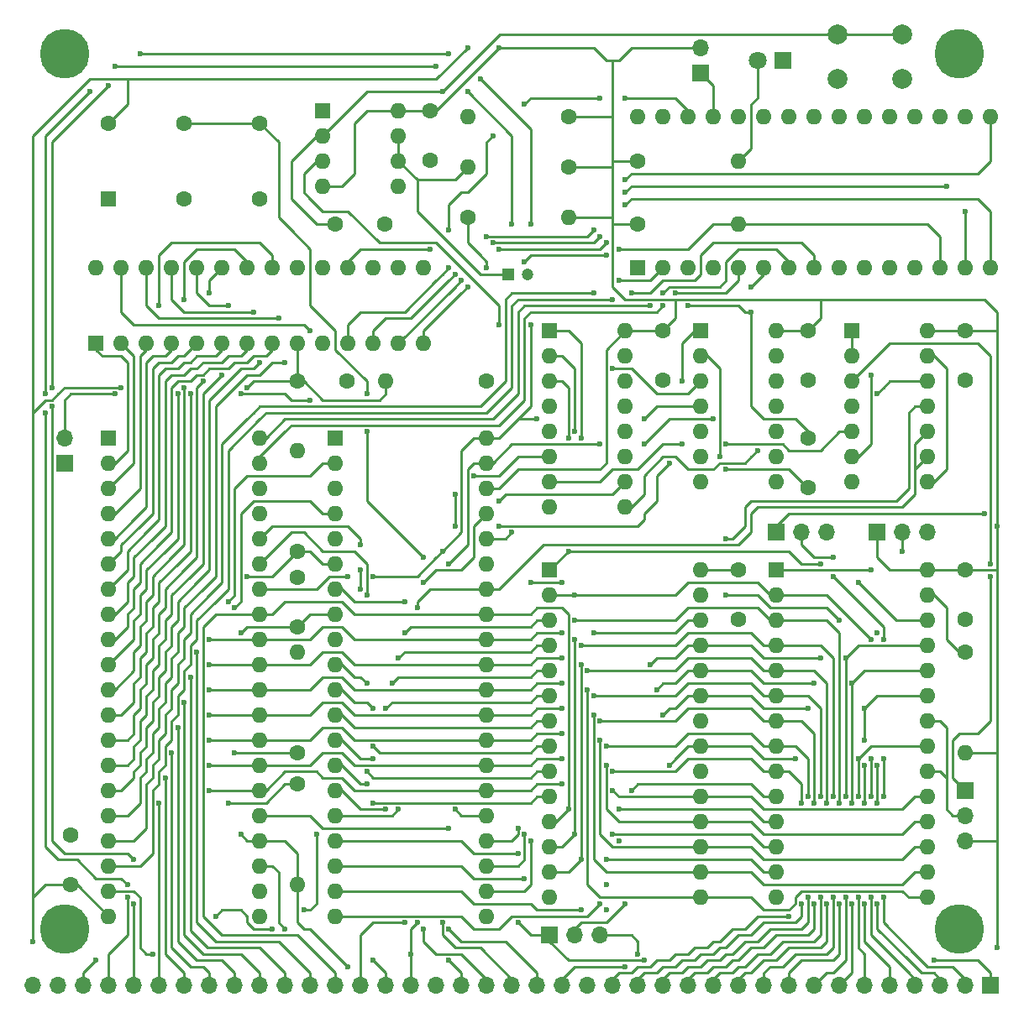
<source format=gtl>
G04 #@! TF.FileFunction,Copper,L1,Top,Signal*
%FSLAX46Y46*%
G04 Gerber Fmt 4.6, Leading zero omitted, Abs format (unit mm)*
G04 Created by KiCad (PCBNEW 4.0.7) date 01/13/19 15:56:07*
%MOMM*%
%LPD*%
G01*
G04 APERTURE LIST*
%ADD10C,0.100000*%
%ADD11R,1.600000X1.600000*%
%ADD12O,1.600000X1.600000*%
%ADD13C,1.600000*%
%ADD14R,1.700000X1.700000*%
%ADD15O,1.700000X1.700000*%
%ADD16C,2.000000*%
%ADD17R,1.200000X1.200000*%
%ADD18C,1.200000*%
%ADD19C,5.000000*%
%ADD20R,1.800000X1.800000*%
%ADD21C,1.800000*%
%ADD22C,0.600000*%
%ADD23C,0.250000*%
G04 APERTURE END LIST*
D10*
D11*
X147955000Y-82550000D03*
D12*
X163195000Y-130810000D03*
X147955000Y-85090000D03*
X163195000Y-128270000D03*
X147955000Y-87630000D03*
X163195000Y-125730000D03*
X147955000Y-90170000D03*
X163195000Y-123190000D03*
X147955000Y-92710000D03*
X163195000Y-120650000D03*
X147955000Y-95250000D03*
X163195000Y-118110000D03*
X147955000Y-97790000D03*
X163195000Y-115570000D03*
X147955000Y-100330000D03*
X163195000Y-113030000D03*
X147955000Y-102870000D03*
X163195000Y-110490000D03*
X147955000Y-105410000D03*
X163195000Y-107950000D03*
X147955000Y-107950000D03*
X163195000Y-105410000D03*
X147955000Y-110490000D03*
X163195000Y-102870000D03*
X147955000Y-113030000D03*
X163195000Y-100330000D03*
X147955000Y-115570000D03*
X163195000Y-97790000D03*
X147955000Y-118110000D03*
X163195000Y-95250000D03*
X147955000Y-120650000D03*
X163195000Y-92710000D03*
X147955000Y-123190000D03*
X163195000Y-90170000D03*
X147955000Y-125730000D03*
X163195000Y-87630000D03*
X147955000Y-128270000D03*
X163195000Y-85090000D03*
X147955000Y-130810000D03*
X163195000Y-82550000D03*
D13*
X144145000Y-101600000D03*
X144145000Y-96600000D03*
X188595000Y-95885000D03*
X188595000Y-100885000D03*
X211455000Y-95885000D03*
X211455000Y-100885000D03*
X211455000Y-71755000D03*
X211455000Y-76755000D03*
X147955000Y-60960000D03*
X152955000Y-60960000D03*
X195580000Y-71755000D03*
X195580000Y-76755000D03*
X121285000Y-127635000D03*
X121285000Y-122635000D03*
X144145000Y-76835000D03*
X149145000Y-76835000D03*
X157480000Y-49530000D03*
X157480000Y-54530000D03*
D11*
X178435000Y-65405000D03*
D12*
X211455000Y-50165000D03*
X180975000Y-65405000D03*
X208915000Y-50165000D03*
X183515000Y-65405000D03*
X206375000Y-50165000D03*
X186055000Y-65405000D03*
X203835000Y-50165000D03*
X188595000Y-65405000D03*
X201295000Y-50165000D03*
X191135000Y-65405000D03*
X198755000Y-50165000D03*
X193675000Y-65405000D03*
X196215000Y-50165000D03*
X196215000Y-65405000D03*
X193675000Y-50165000D03*
X198755000Y-65405000D03*
X191135000Y-50165000D03*
X201295000Y-65405000D03*
X188595000Y-50165000D03*
X203835000Y-65405000D03*
X186055000Y-50165000D03*
X206375000Y-65405000D03*
X183515000Y-50165000D03*
X208915000Y-65405000D03*
X180975000Y-50165000D03*
X211455000Y-65405000D03*
X178435000Y-50165000D03*
X213995000Y-65405000D03*
X213995000Y-50165000D03*
D14*
X213995000Y-137795000D03*
D15*
X211455000Y-137795000D03*
X208915000Y-137795000D03*
X206375000Y-137795000D03*
X203835000Y-137795000D03*
X201295000Y-137795000D03*
X198755000Y-137795000D03*
X196215000Y-137795000D03*
X193675000Y-137795000D03*
X191135000Y-137795000D03*
X188595000Y-137795000D03*
X186055000Y-137795000D03*
X183515000Y-137795000D03*
X180975000Y-137795000D03*
X178435000Y-137795000D03*
X175895000Y-137795000D03*
X173355000Y-137795000D03*
X170815000Y-137795000D03*
X168275000Y-137795000D03*
X165735000Y-137795000D03*
X163195000Y-137795000D03*
X160655000Y-137795000D03*
X158115000Y-137795000D03*
X155575000Y-137795000D03*
X153035000Y-137795000D03*
X150495000Y-137795000D03*
X147955000Y-137795000D03*
X145415000Y-137795000D03*
X142875000Y-137795000D03*
X140335000Y-137795000D03*
X137795000Y-137795000D03*
X135255000Y-137795000D03*
X132715000Y-137795000D03*
X130175000Y-137795000D03*
X127635000Y-137795000D03*
X125095000Y-137795000D03*
X122555000Y-137795000D03*
X120015000Y-137795000D03*
X117475000Y-137795000D03*
D13*
X211455000Y-104140000D03*
D12*
X211455000Y-114300000D03*
D13*
X171450000Y-50165000D03*
D12*
X161290000Y-50165000D03*
D13*
X171450000Y-55245000D03*
D12*
X161290000Y-55245000D03*
D13*
X161290000Y-60325000D03*
D12*
X171450000Y-60325000D03*
D13*
X178435000Y-54610000D03*
D12*
X188595000Y-54610000D03*
D13*
X144145000Y-117475000D03*
D12*
X144145000Y-127635000D03*
D13*
X144145000Y-114300000D03*
D12*
X144145000Y-104140000D03*
D13*
X144145000Y-93980000D03*
D12*
X144145000Y-83820000D03*
D13*
X178435000Y-60960000D03*
D12*
X188595000Y-60960000D03*
D16*
X205105000Y-41855000D03*
X205105000Y-46355000D03*
X198605000Y-41855000D03*
X198605000Y-46355000D03*
D11*
X169545000Y-95885000D03*
D12*
X184785000Y-128905000D03*
X169545000Y-98425000D03*
X184785000Y-126365000D03*
X169545000Y-100965000D03*
X184785000Y-123825000D03*
X169545000Y-103505000D03*
X184785000Y-121285000D03*
X169545000Y-106045000D03*
X184785000Y-118745000D03*
X169545000Y-108585000D03*
X184785000Y-116205000D03*
X169545000Y-111125000D03*
X184785000Y-113665000D03*
X169545000Y-113665000D03*
X184785000Y-111125000D03*
X169545000Y-116205000D03*
X184785000Y-108585000D03*
X169545000Y-118745000D03*
X184785000Y-106045000D03*
X169545000Y-121285000D03*
X184785000Y-103505000D03*
X169545000Y-123825000D03*
X184785000Y-100965000D03*
X169545000Y-126365000D03*
X184785000Y-98425000D03*
X169545000Y-128905000D03*
X184785000Y-95885000D03*
D11*
X200025000Y-71755000D03*
D12*
X207645000Y-86995000D03*
X200025000Y-74295000D03*
X207645000Y-84455000D03*
X200025000Y-76835000D03*
X207645000Y-81915000D03*
X200025000Y-79375000D03*
X207645000Y-79375000D03*
X200025000Y-81915000D03*
X207645000Y-76835000D03*
X200025000Y-84455000D03*
X207645000Y-74295000D03*
X200025000Y-86995000D03*
X207645000Y-71755000D03*
D11*
X184785000Y-71755000D03*
D12*
X192405000Y-86995000D03*
X184785000Y-74295000D03*
X192405000Y-84455000D03*
X184785000Y-76835000D03*
X192405000Y-81915000D03*
X184785000Y-79375000D03*
X192405000Y-79375000D03*
X184785000Y-81915000D03*
X192405000Y-76835000D03*
X184785000Y-84455000D03*
X192405000Y-74295000D03*
X184785000Y-86995000D03*
X192405000Y-71755000D03*
D11*
X125095000Y-82550000D03*
D12*
X140335000Y-130810000D03*
X125095000Y-85090000D03*
X140335000Y-128270000D03*
X125095000Y-87630000D03*
X140335000Y-125730000D03*
X125095000Y-90170000D03*
X140335000Y-123190000D03*
X125095000Y-92710000D03*
X140335000Y-120650000D03*
X125095000Y-95250000D03*
X140335000Y-118110000D03*
X125095000Y-97790000D03*
X140335000Y-115570000D03*
X125095000Y-100330000D03*
X140335000Y-113030000D03*
X125095000Y-102870000D03*
X140335000Y-110490000D03*
X125095000Y-105410000D03*
X140335000Y-107950000D03*
X125095000Y-107950000D03*
X140335000Y-105410000D03*
X125095000Y-110490000D03*
X140335000Y-102870000D03*
X125095000Y-113030000D03*
X140335000Y-100330000D03*
X125095000Y-115570000D03*
X140335000Y-97790000D03*
X125095000Y-118110000D03*
X140335000Y-95250000D03*
X125095000Y-120650000D03*
X140335000Y-92710000D03*
X125095000Y-123190000D03*
X140335000Y-90170000D03*
X125095000Y-125730000D03*
X140335000Y-87630000D03*
X125095000Y-128270000D03*
X140335000Y-85090000D03*
X125095000Y-130810000D03*
X140335000Y-82550000D03*
D11*
X123825000Y-73025000D03*
D12*
X156845000Y-65405000D03*
X126365000Y-73025000D03*
X154305000Y-65405000D03*
X128905000Y-73025000D03*
X151765000Y-65405000D03*
X131445000Y-73025000D03*
X149225000Y-65405000D03*
X133985000Y-73025000D03*
X146685000Y-65405000D03*
X136525000Y-73025000D03*
X144145000Y-65405000D03*
X139065000Y-73025000D03*
X141605000Y-65405000D03*
X141605000Y-73025000D03*
X139065000Y-65405000D03*
X144145000Y-73025000D03*
X136525000Y-65405000D03*
X146685000Y-73025000D03*
X133985000Y-65405000D03*
X149225000Y-73025000D03*
X131445000Y-65405000D03*
X151765000Y-73025000D03*
X128905000Y-65405000D03*
X154305000Y-73025000D03*
X126365000Y-65405000D03*
X156845000Y-73025000D03*
X123825000Y-65405000D03*
D11*
X169545000Y-71755000D03*
D12*
X177165000Y-89535000D03*
X169545000Y-74295000D03*
X177165000Y-86995000D03*
X169545000Y-76835000D03*
X177165000Y-84455000D03*
X169545000Y-79375000D03*
X177165000Y-81915000D03*
X169545000Y-81915000D03*
X177165000Y-79375000D03*
X169545000Y-84455000D03*
X177165000Y-76835000D03*
X169545000Y-86995000D03*
X177165000Y-74295000D03*
X169545000Y-89535000D03*
X177165000Y-71755000D03*
D11*
X192405000Y-95885000D03*
D12*
X207645000Y-128905000D03*
X192405000Y-98425000D03*
X207645000Y-126365000D03*
X192405000Y-100965000D03*
X207645000Y-123825000D03*
X192405000Y-103505000D03*
X207645000Y-121285000D03*
X192405000Y-106045000D03*
X207645000Y-118745000D03*
X192405000Y-108585000D03*
X207645000Y-116205000D03*
X192405000Y-111125000D03*
X207645000Y-113665000D03*
X192405000Y-113665000D03*
X207645000Y-111125000D03*
X192405000Y-116205000D03*
X207645000Y-108585000D03*
X192405000Y-118745000D03*
X207645000Y-106045000D03*
X192405000Y-121285000D03*
X207645000Y-103505000D03*
X192405000Y-123825000D03*
X207645000Y-100965000D03*
X192405000Y-126365000D03*
X207645000Y-98425000D03*
X192405000Y-128905000D03*
X207645000Y-95885000D03*
D11*
X146685000Y-49530000D03*
D12*
X154305000Y-57150000D03*
X146685000Y-52070000D03*
X154305000Y-54610000D03*
X146685000Y-54610000D03*
X154305000Y-52070000D03*
X146685000Y-57150000D03*
X154305000Y-49530000D03*
D13*
X180975000Y-71755000D03*
X180975000Y-76755000D03*
D17*
X165354000Y-66040000D03*
D18*
X167354000Y-66040000D03*
D13*
X195580000Y-82550000D03*
X195580000Y-87550000D03*
D19*
X210820000Y-132080000D03*
X120650000Y-132080000D03*
X210820000Y-43815000D03*
X120650000Y-43815000D03*
D14*
X120650000Y-85090000D03*
D15*
X120650000Y-82550000D03*
D20*
X193040000Y-44450000D03*
D21*
X190500000Y-44450000D03*
D14*
X184785000Y-45720000D03*
D15*
X184785000Y-43180000D03*
D14*
X192405000Y-92075000D03*
D15*
X194945000Y-92075000D03*
X197485000Y-92075000D03*
D14*
X202565000Y-92075000D03*
D15*
X205105000Y-92075000D03*
X207645000Y-92075000D03*
D13*
X163195000Y-76835000D03*
D12*
X153035000Y-76835000D03*
D13*
X132715000Y-58420000D03*
X132715000Y-50800000D03*
D11*
X125095000Y-58420000D03*
D13*
X125095000Y-50800000D03*
X140335000Y-50800000D03*
X140335000Y-58420000D03*
D14*
X211455000Y-118110000D03*
D15*
X211455000Y-120650000D03*
X211455000Y-123190000D03*
D14*
X169545000Y-132715000D03*
D15*
X172085000Y-132715000D03*
X174625000Y-132715000D03*
D22*
X173990000Y-67945000D03*
X183515000Y-69215000D03*
X189865000Y-69850000D03*
X189865000Y-67310000D03*
X139065000Y-77470000D03*
X126365000Y-77470000D03*
X149225000Y-135890000D03*
X178435000Y-134620000D03*
X161290000Y-43180000D03*
X164465000Y-43180000D03*
X214630000Y-91440000D03*
X213360000Y-90170000D03*
X138430000Y-122555000D03*
X138430000Y-102235000D03*
X214630000Y-133985000D03*
X177165000Y-135890000D03*
X117475000Y-133350000D03*
X138430000Y-78105000D03*
X145415000Y-78740000D03*
X125730000Y-78105000D03*
X119380000Y-79375000D03*
X119380000Y-77470000D03*
X127635000Y-129540000D03*
X127635000Y-125095000D03*
X162560000Y-46355000D03*
X159385000Y-43815000D03*
X167640000Y-60960000D03*
X128270000Y-43815000D03*
X125095000Y-46990000D03*
X118745000Y-80010000D03*
X118745000Y-78105000D03*
X127000000Y-128905000D03*
X127000000Y-127635000D03*
X161290000Y-47625000D03*
X158115000Y-45085000D03*
X165735000Y-60960000D03*
X176530000Y-66675000D03*
X125730000Y-45085000D03*
X123190000Y-47625000D03*
X182245000Y-67945000D03*
X180975000Y-69215000D03*
X180975000Y-67945000D03*
X179705000Y-69215000D03*
X177800000Y-67945000D03*
X175895000Y-68580000D03*
X177165000Y-48260000D03*
X174625000Y-48260000D03*
X167005000Y-48895000D03*
X163830000Y-52070000D03*
X159385000Y-61595000D03*
X157480000Y-63500000D03*
X159385000Y-65405000D03*
X176530000Y-63500000D03*
X175260000Y-64135000D03*
X167005000Y-64770000D03*
X160655000Y-66675000D03*
X163830000Y-62865000D03*
X177165000Y-57785000D03*
X174625000Y-62230000D03*
X211455000Y-59690000D03*
X209550000Y-57150000D03*
X175260000Y-62865000D03*
X177165000Y-59055000D03*
X164465000Y-63500000D03*
X161290000Y-67310000D03*
X160020000Y-66040000D03*
X163195000Y-62230000D03*
X177165000Y-56515000D03*
X173990000Y-61595000D03*
X166370000Y-131445000D03*
X179070000Y-135255000D03*
X208280000Y-135255000D03*
X160020000Y-120015000D03*
X160020000Y-91440000D03*
X160020000Y-88265000D03*
X161925000Y-86360000D03*
X198120000Y-96520000D03*
X196850000Y-95250000D03*
X203200000Y-118745000D03*
X203200000Y-114935000D03*
X203200000Y-128905000D03*
X203200000Y-102870000D03*
X171450000Y-82550000D03*
X171450000Y-93980000D03*
X166370000Y-121920000D03*
X202565000Y-119380000D03*
X202565000Y-115570000D03*
X202565000Y-129540000D03*
X202565000Y-102235000D03*
X187325000Y-98425000D03*
X198755000Y-100965000D03*
X173990000Y-102235000D03*
X172085000Y-81915000D03*
X170815000Y-97155000D03*
X167005000Y-122555000D03*
X167640000Y-97155000D03*
X201930000Y-118745000D03*
X201930000Y-114935000D03*
X201930000Y-128905000D03*
X201930000Y-102870000D03*
X172720000Y-82550000D03*
X172085000Y-98425000D03*
X167640000Y-123190000D03*
X201295000Y-113030000D03*
X201295000Y-115570000D03*
X201295000Y-119380000D03*
X201295000Y-129540000D03*
X174625000Y-129540000D03*
X180975000Y-110490000D03*
X201295000Y-109855000D03*
X195580000Y-109855000D03*
X200660000Y-118745000D03*
X200660000Y-128905000D03*
X172720000Y-130175000D03*
X175260000Y-130175000D03*
X181610000Y-115570000D03*
X200660000Y-114935000D03*
X194310000Y-114935000D03*
X200025000Y-119380000D03*
X200025000Y-129540000D03*
X175260000Y-127635000D03*
X180340000Y-107950000D03*
X167005000Y-127000000D03*
X196215000Y-107315000D03*
X200025000Y-107315000D03*
X199390000Y-118745000D03*
X199390000Y-128905000D03*
X176530000Y-123190000D03*
X179705000Y-105410000D03*
X166370000Y-124460000D03*
X196850000Y-104775000D03*
X199390000Y-104775000D03*
X198755000Y-119380000D03*
X198755000Y-129540000D03*
X172085000Y-100965000D03*
X154305000Y-120015000D03*
X154940000Y-102235000D03*
X198120000Y-128905000D03*
X198120000Y-118745000D03*
X153035000Y-120015000D03*
X154305000Y-104775000D03*
X172720000Y-103505000D03*
X197485000Y-119380000D03*
X197485000Y-129540000D03*
X151130000Y-117475000D03*
X153670000Y-107315000D03*
X173355000Y-106045000D03*
X146050000Y-122555000D03*
X144780000Y-130175000D03*
X196850000Y-118745000D03*
X196850000Y-128905000D03*
X151765000Y-114935000D03*
X153035000Y-109855000D03*
X173990000Y-108585000D03*
X196215000Y-119380000D03*
X196215000Y-129540000D03*
X174625000Y-111125000D03*
X195580000Y-118745000D03*
X195580000Y-128905000D03*
X151765000Y-109855000D03*
X151765000Y-113665000D03*
X175260000Y-113665000D03*
X194945000Y-119380000D03*
X194945000Y-129540000D03*
X151130000Y-98425000D03*
X151130000Y-107315000D03*
X151130000Y-116205000D03*
X175895000Y-116205000D03*
X193675000Y-130810000D03*
X150495000Y-97790000D03*
X150495000Y-93345000D03*
X150495000Y-95885000D03*
X151765000Y-119380000D03*
X177800000Y-118110000D03*
X186055000Y-80645000D03*
X179070000Y-83185000D03*
X174625000Y-83185000D03*
X202565000Y-78105000D03*
X159385000Y-95250000D03*
X159385000Y-121920000D03*
X159385000Y-132080000D03*
X167640000Y-71120000D03*
X163195000Y-65405000D03*
X179070000Y-80645000D03*
X168275000Y-80645000D03*
X151765000Y-96520000D03*
X149225000Y-96520000D03*
X158750000Y-131445000D03*
X158750000Y-93980000D03*
X151130000Y-78105000D03*
X151130000Y-81915000D03*
X156845000Y-94615000D03*
X156845000Y-132080000D03*
X156845000Y-97155000D03*
X137795000Y-114300000D03*
X159385000Y-135255000D03*
X137795000Y-99695000D03*
X156210000Y-99695000D03*
X156210000Y-131445000D03*
X155575000Y-134620000D03*
X137160000Y-119380000D03*
X151765000Y-135255000D03*
X137160000Y-99060000D03*
X154940000Y-99060000D03*
X154940000Y-131445000D03*
X171450000Y-120015000D03*
X176530000Y-120015000D03*
X170815000Y-102235000D03*
X172085000Y-102870000D03*
X172085000Y-122555000D03*
X175895000Y-122555000D03*
X133985000Y-104140000D03*
X135255000Y-102870000D03*
X172720000Y-125095000D03*
X175260000Y-125095000D03*
X172720000Y-105410000D03*
X170815000Y-104775000D03*
X133350000Y-106680000D03*
X135255000Y-105410000D03*
X170815000Y-107315000D03*
X173355000Y-107950000D03*
X132715000Y-109220000D03*
X135255000Y-107950000D03*
X173990000Y-110490000D03*
X170815000Y-109855000D03*
X132080000Y-111760000D03*
X135255000Y-110490000D03*
X174625000Y-113030000D03*
X170815000Y-112395000D03*
X135255000Y-113030000D03*
X131445000Y-114300000D03*
X175260000Y-115570000D03*
X170815000Y-114935000D03*
X130810000Y-116840000D03*
X135255000Y-115570000D03*
X170815000Y-117475000D03*
X175895000Y-118110000D03*
X130175000Y-119380000D03*
X135255000Y-118110000D03*
X139065000Y-96520000D03*
X123825000Y-135255000D03*
X200660000Y-97155000D03*
X198120000Y-94615000D03*
X201930000Y-95885000D03*
X205105000Y-93980000D03*
X142875000Y-132080000D03*
X164465000Y-88900000D03*
X213995000Y-96520000D03*
X213995000Y-95250000D03*
X201930000Y-76200000D03*
X130175000Y-69215000D03*
X132080000Y-78105000D03*
X132715000Y-68580000D03*
X132715000Y-77470000D03*
X135255000Y-67945000D03*
X133350000Y-78105000D03*
X137160000Y-69215000D03*
X134620000Y-76835000D03*
X139700000Y-69850000D03*
X136525000Y-76200000D03*
X142240000Y-70485000D03*
X140335000Y-74930000D03*
X142875000Y-74930000D03*
X145415000Y-71755000D03*
X187325000Y-92710000D03*
X190500000Y-83820000D03*
X187325000Y-83185000D03*
X182880000Y-83185000D03*
X164465000Y-71120000D03*
X175895000Y-75565000D03*
X182880000Y-76835000D03*
X181610000Y-85090000D03*
X141605000Y-132080000D03*
X135890000Y-130810000D03*
X129540000Y-134620000D03*
X164465000Y-91440000D03*
X158750000Y-47625000D03*
X187325000Y-85725000D03*
X186690000Y-84455000D03*
X165735000Y-92075000D03*
X177165000Y-129540000D03*
D23*
X189865000Y-69850000D02*
X189230000Y-69850000D01*
X165100000Y-76835000D02*
X165100000Y-68580000D01*
X165100000Y-68580000D02*
X165735000Y-67945000D01*
X165735000Y-67945000D02*
X173990000Y-67945000D01*
X149860000Y-79375000D02*
X162560000Y-79375000D01*
X140335000Y-79375000D02*
X149860000Y-79375000D01*
X136525000Y-83185000D02*
X139065000Y-80645000D01*
X136525000Y-97155000D02*
X136525000Y-83185000D01*
X133350000Y-102235000D02*
X133350000Y-100330000D01*
X127635000Y-123190000D02*
X128905000Y-121920000D01*
X128905000Y-121920000D02*
X128905000Y-117475000D01*
X127635000Y-123190000D02*
X125095000Y-123190000D01*
X132080000Y-107315000D02*
X132080000Y-105410000D01*
X131445000Y-107950000D02*
X132080000Y-107315000D01*
X129540000Y-116840000D02*
X129540000Y-115570000D01*
X129540000Y-115570000D02*
X130175000Y-114935000D01*
X130175000Y-114935000D02*
X130175000Y-113030000D01*
X130175000Y-113030000D02*
X130810000Y-112395000D01*
X130810000Y-112395000D02*
X130810000Y-111125000D01*
X130810000Y-111125000D02*
X130810000Y-110490000D01*
X130810000Y-110490000D02*
X131445000Y-109855000D01*
X131445000Y-109855000D02*
X131445000Y-107950000D01*
X128905000Y-117475000D02*
X129540000Y-116840000D01*
X132715000Y-104775000D02*
X132715000Y-102870000D01*
X132715000Y-102870000D02*
X133350000Y-102235000D01*
X132080000Y-105410000D02*
X132715000Y-104775000D01*
X133350000Y-100330000D02*
X135255000Y-98425000D01*
X135255000Y-98425000D02*
X136525000Y-97155000D01*
X139065000Y-80645000D02*
X139700000Y-80010000D01*
X139700000Y-80010000D02*
X140335000Y-79375000D01*
X162560000Y-79375000D02*
X165100000Y-76835000D01*
X188595000Y-69215000D02*
X183515000Y-69215000D01*
X189230000Y-69850000D02*
X188595000Y-69215000D01*
X195580000Y-82550000D02*
X195580000Y-81915000D01*
X195580000Y-81915000D02*
X194310000Y-80645000D01*
X194310000Y-80645000D02*
X191135000Y-80645000D01*
X191135000Y-80645000D02*
X189865000Y-79375000D01*
X189865000Y-79375000D02*
X189865000Y-69850000D01*
X189865000Y-67310000D02*
X191135000Y-66040000D01*
X191135000Y-66040000D02*
X191135000Y-65405000D01*
X144145000Y-76835000D02*
X140970000Y-76835000D01*
X139700000Y-76835000D02*
X139065000Y-77470000D01*
X140970000Y-76835000D02*
X139700000Y-76835000D01*
X120015000Y-78105000D02*
X119380000Y-78740000D01*
X120650000Y-77470000D02*
X120015000Y-78105000D01*
X121285000Y-77470000D02*
X120650000Y-77470000D01*
X126365000Y-77470000D02*
X121285000Y-77470000D01*
X117475000Y-80010000D02*
X118745000Y-78740000D01*
X119380000Y-78740000D02*
X118745000Y-78740000D01*
X144145000Y-127635000D02*
X144145000Y-131445000D01*
X145415000Y-132080000D02*
X149225000Y-135890000D01*
X144145000Y-131445000D02*
X144780000Y-132080000D01*
X144780000Y-132080000D02*
X145415000Y-132080000D01*
X174625000Y-132715000D02*
X177800000Y-132715000D01*
X178435000Y-133350000D02*
X178435000Y-134620000D01*
X177800000Y-132715000D02*
X178435000Y-133350000D01*
X211455000Y-123190000D02*
X214630000Y-123190000D01*
X127000000Y-46355000D02*
X127000000Y-48895000D01*
X127000000Y-48895000D02*
X125095000Y-50800000D01*
X117475000Y-82550000D02*
X117475000Y-80010000D01*
X117475000Y-80010000D02*
X117475000Y-52070000D01*
X125095000Y-46355000D02*
X127000000Y-46355000D01*
X127000000Y-46355000D02*
X144145000Y-46355000D01*
X123190000Y-46355000D02*
X125095000Y-46355000D01*
X117475000Y-52070000D02*
X123190000Y-46355000D01*
X161290000Y-43180000D02*
X158115000Y-46355000D01*
X144145000Y-46355000D02*
X145415000Y-46355000D01*
X145415000Y-46355000D02*
X158115000Y-46355000D01*
X117475000Y-83820000D02*
X117475000Y-82550000D01*
X164465000Y-43180000D02*
X173990000Y-43180000D01*
X144145000Y-76835000D02*
X144780000Y-76835000D01*
X144780000Y-76835000D02*
X146685000Y-78740000D01*
X153035000Y-78105000D02*
X153035000Y-76835000D01*
X152400000Y-78740000D02*
X153035000Y-78105000D01*
X146685000Y-78740000D02*
X152400000Y-78740000D01*
X202565000Y-92075000D02*
X202565000Y-94615000D01*
X202565000Y-94615000D02*
X203835000Y-95885000D01*
X203835000Y-95885000D02*
X207645000Y-95885000D01*
X201295000Y-90170000D02*
X213360000Y-90170000D01*
X163195000Y-87630000D02*
X164465000Y-87630000D01*
X175260000Y-73660000D02*
X177165000Y-71755000D01*
X175260000Y-85090000D02*
X175260000Y-73660000D01*
X174625000Y-85725000D02*
X175260000Y-85090000D01*
X166370000Y-85725000D02*
X174625000Y-85725000D01*
X164465000Y-87630000D02*
X166370000Y-85725000D01*
X139065000Y-123190000D02*
X140335000Y-123190000D01*
X139065000Y-123190000D02*
X138430000Y-122555000D01*
X192405000Y-92075000D02*
X192405000Y-91440000D01*
X192405000Y-91440000D02*
X193675000Y-90170000D01*
X193675000Y-90170000D02*
X201295000Y-90170000D01*
X139065000Y-101600000D02*
X144145000Y-101600000D01*
X138430000Y-102235000D02*
X139065000Y-101600000D01*
X144145000Y-127635000D02*
X144145000Y-124460000D01*
X144145000Y-124460000D02*
X142875000Y-123190000D01*
X142875000Y-123190000D02*
X140335000Y-123190000D01*
X144145000Y-101600000D02*
X145415000Y-100330000D01*
X145415000Y-100330000D02*
X147955000Y-100330000D01*
X121285000Y-127635000D02*
X121920000Y-127635000D01*
X121920000Y-127635000D02*
X125095000Y-130810000D01*
X121285000Y-127635000D02*
X118745000Y-127635000D01*
X118745000Y-127635000D02*
X117475000Y-128905000D01*
X170815000Y-137795000D02*
X170815000Y-137160000D01*
X170815000Y-137160000D02*
X172085000Y-135890000D01*
X214630000Y-118745000D02*
X214630000Y-114300000D01*
X214630000Y-133985000D02*
X214630000Y-123190000D01*
X214630000Y-123190000D02*
X214630000Y-118745000D01*
X172085000Y-135890000D02*
X177165000Y-135890000D01*
X117475000Y-106045000D02*
X117475000Y-105410000D01*
X117475000Y-127635000D02*
X117475000Y-106045000D01*
X117475000Y-128905000D02*
X117475000Y-127635000D01*
X117475000Y-105410000D02*
X117475000Y-104140000D01*
X117475000Y-95885000D02*
X117475000Y-83820000D01*
X117475000Y-104140000D02*
X117475000Y-97155000D01*
X117475000Y-97155000D02*
X117475000Y-95885000D01*
X171450000Y-60325000D02*
X175895000Y-60325000D01*
X175895000Y-60325000D02*
X175895000Y-59690000D01*
X171450000Y-55245000D02*
X175895000Y-55245000D01*
X157480000Y-49530000D02*
X158115000Y-49530000D01*
X158115000Y-49530000D02*
X164465000Y-43180000D01*
X171450000Y-50165000D02*
X175895000Y-50165000D01*
X146685000Y-57150000D02*
X148590000Y-57150000D01*
X151130000Y-49530000D02*
X154305000Y-49530000D01*
X149860000Y-50800000D02*
X151130000Y-49530000D01*
X149860000Y-55880000D02*
X149860000Y-50800000D01*
X148590000Y-57150000D02*
X149860000Y-55880000D01*
X175895000Y-44450000D02*
X176530000Y-44450000D01*
X176530000Y-44450000D02*
X177800000Y-43180000D01*
X175895000Y-44450000D02*
X175260000Y-44450000D01*
X175260000Y-44450000D02*
X173990000Y-43180000D01*
X117475000Y-133350000D02*
X117475000Y-128905000D01*
X211455000Y-114300000D02*
X214630000Y-114300000D01*
X154305000Y-49530000D02*
X157480000Y-49530000D01*
X144145000Y-76835000D02*
X144145000Y-73025000D01*
X178435000Y-60960000D02*
X175895000Y-60960000D01*
X178435000Y-54610000D02*
X175895000Y-54610000D01*
X211455000Y-95885000D02*
X214630000Y-95885000D01*
X214630000Y-114300000D02*
X214630000Y-95885000D01*
X214630000Y-95885000D02*
X214630000Y-91440000D01*
X214630000Y-91440000D02*
X214630000Y-82550000D01*
X214630000Y-82550000D02*
X214630000Y-71755000D01*
X211455000Y-71755000D02*
X214630000Y-71755000D01*
X196850000Y-68580000D02*
X196850000Y-69215000D01*
X196850000Y-69215000D02*
X196850000Y-70485000D01*
X196850000Y-70485000D02*
X195580000Y-71755000D01*
X207645000Y-71755000D02*
X211455000Y-71755000D01*
X197485000Y-68580000D02*
X213360000Y-68580000D01*
X196850000Y-68580000D02*
X197485000Y-68580000D01*
X213360000Y-68580000D02*
X214630000Y-69850000D01*
X214630000Y-69850000D02*
X214630000Y-71755000D01*
X195580000Y-71755000D02*
X192405000Y-71755000D01*
X182245000Y-68580000D02*
X195580000Y-68580000D01*
X195580000Y-68580000D02*
X196850000Y-68580000D01*
X180975000Y-71755000D02*
X182245000Y-70485000D01*
X175895000Y-44450000D02*
X175895000Y-50165000D01*
X175895000Y-50165000D02*
X175895000Y-54610000D01*
X175895000Y-54610000D02*
X175895000Y-55245000D01*
X175895000Y-55245000D02*
X175895000Y-59690000D01*
X175895000Y-59690000D02*
X175895000Y-60960000D01*
X175895000Y-60960000D02*
X175895000Y-67310000D01*
X175895000Y-67310000D02*
X177165000Y-68580000D01*
X177165000Y-68580000D02*
X179705000Y-68580000D01*
X177800000Y-43180000D02*
X184785000Y-43180000D01*
X182245000Y-68580000D02*
X179705000Y-68580000D01*
X182245000Y-70485000D02*
X182245000Y-68580000D01*
X177165000Y-71755000D02*
X180975000Y-71755000D01*
X207645000Y-95885000D02*
X211455000Y-95885000D01*
X184785000Y-95885000D02*
X188595000Y-95885000D01*
X190500000Y-44450000D02*
X190500000Y-48260000D01*
X189865000Y-53340000D02*
X188595000Y-54610000D01*
X189865000Y-48895000D02*
X189865000Y-53340000D01*
X190500000Y-48260000D02*
X189865000Y-48895000D01*
X142875000Y-78105000D02*
X143510000Y-78740000D01*
X138430000Y-78105000D02*
X142875000Y-78105000D01*
X145415000Y-78740000D02*
X144145000Y-78740000D01*
X143510000Y-78740000D02*
X144145000Y-78740000D01*
X120650000Y-78740000D02*
X120650000Y-80010000D01*
X121285000Y-78105000D02*
X120650000Y-78740000D01*
X125730000Y-78105000D02*
X121285000Y-78105000D01*
X120650000Y-80010000D02*
X120650000Y-80645000D01*
X120650000Y-82550000D02*
X120650000Y-80645000D01*
X119380000Y-63500000D02*
X119380000Y-52705000D01*
X119380000Y-77470000D02*
X119380000Y-63500000D01*
X119380000Y-88265000D02*
X119380000Y-123190000D01*
X127635000Y-125095000D02*
X127000000Y-124460000D01*
X127000000Y-124460000D02*
X120650000Y-124460000D01*
X120650000Y-124460000D02*
X119380000Y-123190000D01*
X127635000Y-137795000D02*
X127635000Y-133985000D01*
X127635000Y-133985000D02*
X127635000Y-129540000D01*
X119380000Y-88265000D02*
X119380000Y-79375000D01*
X167640000Y-51435000D02*
X162560000Y-46355000D01*
X167640000Y-60960000D02*
X167640000Y-51435000D01*
X128270000Y-43815000D02*
X159385000Y-43815000D01*
X119380000Y-52705000D02*
X125095000Y-46990000D01*
X118745000Y-63500000D02*
X118745000Y-52070000D01*
X118745000Y-78105000D02*
X118745000Y-63500000D01*
X118745000Y-94615000D02*
X118745000Y-123825000D01*
X127000000Y-132715000D02*
X127000000Y-129540000D01*
X127000000Y-129540000D02*
X127000000Y-128905000D01*
X127000000Y-127635000D02*
X126365000Y-127000000D01*
X126365000Y-127000000D02*
X123825000Y-127000000D01*
X123825000Y-127000000D02*
X121920000Y-125095000D01*
X121920000Y-125095000D02*
X120015000Y-125095000D01*
X120015000Y-125095000D02*
X118745000Y-123825000D01*
X125095000Y-137795000D02*
X125095000Y-134620000D01*
X125095000Y-134620000D02*
X125730000Y-133985000D01*
X125730000Y-133985000D02*
X127000000Y-132715000D01*
X118745000Y-94615000D02*
X118745000Y-80010000D01*
X165735000Y-52070000D02*
X161290000Y-47625000D01*
X179705000Y-66675000D02*
X180975000Y-65405000D01*
X179705000Y-66675000D02*
X176530000Y-66675000D01*
X165735000Y-60960000D02*
X165735000Y-52070000D01*
X147320000Y-45085000D02*
X158115000Y-45085000D01*
X125730000Y-45085000D02*
X147320000Y-45085000D01*
X118745000Y-52070000D02*
X123190000Y-47625000D01*
X170815000Y-69850000D02*
X180340000Y-69850000D01*
X167640000Y-69850000D02*
X167005000Y-70485000D01*
X164465000Y-81280000D02*
X167005000Y-78740000D01*
X167005000Y-78740000D02*
X167005000Y-70485000D01*
X142875000Y-81915000D02*
X143510000Y-81280000D01*
X140335000Y-84455000D02*
X141605000Y-83185000D01*
X141605000Y-83185000D02*
X142875000Y-81915000D01*
X143510000Y-81280000D02*
X149860000Y-81280000D01*
X149860000Y-81280000D02*
X164465000Y-81280000D01*
X170815000Y-69850000D02*
X167640000Y-69850000D01*
X188595000Y-66675000D02*
X188595000Y-65405000D01*
X187325000Y-67945000D02*
X188595000Y-66675000D01*
X182245000Y-67945000D02*
X187325000Y-67945000D01*
X180340000Y-69850000D02*
X180975000Y-69215000D01*
X140335000Y-85090000D02*
X140335000Y-84455000D01*
X170815000Y-69215000D02*
X179705000Y-69215000D01*
X166370000Y-71755000D02*
X166370000Y-69850000D01*
X166370000Y-69850000D02*
X167005000Y-69215000D01*
X167005000Y-69215000D02*
X170815000Y-69215000D01*
X163830000Y-80645000D02*
X166370000Y-78105000D01*
X140970000Y-82550000D02*
X142875000Y-80645000D01*
X142875000Y-80645000D02*
X149860000Y-80645000D01*
X149860000Y-80645000D02*
X163830000Y-80645000D01*
X166370000Y-78105000D02*
X166370000Y-71755000D01*
X192405000Y-63500000D02*
X193675000Y-64770000D01*
X188595000Y-63500000D02*
X192405000Y-63500000D01*
X187325000Y-64770000D02*
X188595000Y-63500000D01*
X187325000Y-66675000D02*
X187325000Y-64770000D01*
X186690000Y-67310000D02*
X187325000Y-66675000D01*
X181610000Y-67310000D02*
X186690000Y-67310000D01*
X180975000Y-67945000D02*
X181610000Y-67310000D01*
X193675000Y-64770000D02*
X193675000Y-65405000D01*
X140335000Y-82550000D02*
X140970000Y-82550000D01*
X170815000Y-68580000D02*
X175895000Y-68580000D01*
X165735000Y-69850000D02*
X165735000Y-69215000D01*
X165735000Y-69215000D02*
X166370000Y-68580000D01*
X166370000Y-68580000D02*
X170815000Y-68580000D01*
X165735000Y-71755000D02*
X165735000Y-77470000D01*
X163195000Y-80010000D02*
X165735000Y-77470000D01*
X140335000Y-80645000D02*
X140970000Y-80010000D01*
X137160000Y-97790000D02*
X137160000Y-83820000D01*
X133985000Y-102870000D02*
X133985000Y-100965000D01*
X128270000Y-125730000D02*
X129540000Y-124460000D01*
X129540000Y-124460000D02*
X129540000Y-118745000D01*
X125095000Y-125730000D02*
X128270000Y-125730000D01*
X132715000Y-107950000D02*
X132715000Y-106045000D01*
X132080000Y-108585000D02*
X132715000Y-107950000D01*
X129540000Y-118110000D02*
X130175000Y-117475000D01*
X130175000Y-117475000D02*
X130175000Y-116205000D01*
X130175000Y-116205000D02*
X130810000Y-115570000D01*
X130810000Y-115570000D02*
X130810000Y-113665000D01*
X130810000Y-113665000D02*
X131445000Y-113030000D01*
X131445000Y-113030000D02*
X131445000Y-111125000D01*
X131445000Y-111125000D02*
X132080000Y-110490000D01*
X132080000Y-110490000D02*
X132080000Y-108585000D01*
X129540000Y-118745000D02*
X129540000Y-118110000D01*
X133350000Y-105410000D02*
X133350000Y-103505000D01*
X133350000Y-103505000D02*
X133985000Y-102870000D01*
X132715000Y-106045000D02*
X133350000Y-105410000D01*
X133985000Y-100965000D02*
X135890000Y-99060000D01*
X135890000Y-99060000D02*
X137160000Y-97790000D01*
X137160000Y-83820000D02*
X140335000Y-80645000D01*
X140970000Y-80010000D02*
X149860000Y-80010000D01*
X149860000Y-80010000D02*
X163195000Y-80010000D01*
X165735000Y-71755000D02*
X165735000Y-69850000D01*
X196215000Y-64135000D02*
X196215000Y-65405000D01*
X194945000Y-62865000D02*
X196215000Y-64135000D01*
X186055000Y-62865000D02*
X194945000Y-62865000D01*
X184785000Y-64135000D02*
X186055000Y-62865000D01*
X184785000Y-66040000D02*
X184785000Y-64135000D01*
X184150000Y-66675000D02*
X184785000Y-66040000D01*
X181610000Y-66675000D02*
X184150000Y-66675000D01*
X180975000Y-66675000D02*
X181610000Y-66675000D01*
X179705000Y-67945000D02*
X180975000Y-66675000D01*
X177800000Y-67945000D02*
X179705000Y-67945000D01*
X183515000Y-50165000D02*
X183515000Y-49530000D01*
X183515000Y-49530000D02*
X182245000Y-48260000D01*
X182245000Y-48260000D02*
X177165000Y-48260000D01*
X174625000Y-48260000D02*
X170180000Y-48260000D01*
X170180000Y-48260000D02*
X168910000Y-48260000D01*
X168910000Y-48260000D02*
X167640000Y-48260000D01*
X167640000Y-48260000D02*
X167005000Y-48895000D01*
X163830000Y-52070000D02*
X163195000Y-52705000D01*
X163195000Y-52705000D02*
X163195000Y-55880000D01*
X163195000Y-55880000D02*
X161290000Y-57785000D01*
X161290000Y-57785000D02*
X160655000Y-57785000D01*
X160655000Y-57785000D02*
X159385000Y-59055000D01*
X159385000Y-59055000D02*
X159385000Y-61595000D01*
X157480000Y-63500000D02*
X150495000Y-63500000D01*
X150495000Y-63500000D02*
X149225000Y-64770000D01*
X149225000Y-64770000D02*
X149225000Y-65405000D01*
X149225000Y-73025000D02*
X149225000Y-71120000D01*
X154940000Y-69850000D02*
X150495000Y-69850000D01*
X150495000Y-69850000D02*
X149225000Y-71120000D01*
X158115000Y-66675000D02*
X158750000Y-66040000D01*
X158115000Y-66675000D02*
X154940000Y-69850000D01*
X158750000Y-66040000D02*
X159385000Y-65405000D01*
X186055000Y-60960000D02*
X188595000Y-60960000D01*
X183515000Y-63500000D02*
X186055000Y-60960000D01*
X176530000Y-63500000D02*
X183515000Y-63500000D01*
X167640000Y-64135000D02*
X175260000Y-64135000D01*
X167005000Y-64770000D02*
X167640000Y-64135000D01*
X188595000Y-60960000D02*
X207010000Y-60960000D01*
X208915000Y-62230000D02*
X208915000Y-65405000D01*
X207645000Y-60960000D02*
X208915000Y-62230000D01*
X207010000Y-60960000D02*
X207645000Y-60960000D01*
X180975000Y-57150000D02*
X209550000Y-57150000D01*
X177800000Y-57150000D02*
X180975000Y-57150000D01*
X163830000Y-62865000D02*
X173990000Y-62865000D01*
X154305000Y-73025000D02*
X160020000Y-67310000D01*
X160020000Y-67310000D02*
X160655000Y-66675000D01*
X173990000Y-62865000D02*
X174625000Y-62230000D01*
X177165000Y-57785000D02*
X177800000Y-57150000D01*
X211455000Y-59690000D02*
X211455000Y-65405000D01*
X180975000Y-58420000D02*
X212725000Y-58420000D01*
X174625000Y-63500000D02*
X175260000Y-62865000D01*
X177165000Y-59055000D02*
X177800000Y-58420000D01*
X177800000Y-58420000D02*
X180975000Y-58420000D01*
X160655000Y-67945000D02*
X161290000Y-67310000D01*
X156845000Y-71755000D02*
X160655000Y-67945000D01*
X156845000Y-73025000D02*
X156845000Y-71755000D01*
X164465000Y-63500000D02*
X174625000Y-63500000D01*
X213995000Y-59690000D02*
X213995000Y-65405000D01*
X212725000Y-58420000D02*
X213995000Y-59690000D01*
X180975000Y-55880000D02*
X212725000Y-55880000D01*
X177800000Y-55880000D02*
X180975000Y-55880000D01*
X163195000Y-62230000D02*
X173355000Y-62230000D01*
X151765000Y-73025000D02*
X151765000Y-71755000D01*
X153035000Y-70485000D02*
X155575000Y-70485000D01*
X151765000Y-71755000D02*
X153035000Y-70485000D01*
X155575000Y-70485000D02*
X159385000Y-66675000D01*
X159385000Y-66675000D02*
X160020000Y-66040000D01*
X173355000Y-62230000D02*
X173990000Y-61595000D01*
X177165000Y-56515000D02*
X177800000Y-55880000D01*
X213995000Y-54610000D02*
X213995000Y-50165000D01*
X212725000Y-55880000D02*
X213995000Y-54610000D01*
X169545000Y-132715000D02*
X169545000Y-133350000D01*
X169545000Y-133350000D02*
X171450000Y-135255000D01*
X167640000Y-132715000D02*
X169545000Y-132715000D01*
X166370000Y-131445000D02*
X167640000Y-132715000D01*
X210185000Y-135255000D02*
X208280000Y-135255000D01*
X213995000Y-136525000D02*
X212725000Y-135255000D01*
X212725000Y-135255000D02*
X210185000Y-135255000D01*
X213995000Y-136525000D02*
X213995000Y-137795000D01*
X171450000Y-135255000D02*
X179070000Y-135255000D01*
X169545000Y-84455000D02*
X166370000Y-84455000D01*
X160655000Y-120650000D02*
X160020000Y-120015000D01*
X160655000Y-120650000D02*
X163195000Y-120650000D01*
X160020000Y-88265000D02*
X160020000Y-91440000D01*
X164465000Y-86360000D02*
X161925000Y-86360000D01*
X166370000Y-84455000D02*
X164465000Y-86360000D01*
X203200000Y-128905000D02*
X203200000Y-131445000D01*
X195580000Y-95250000D02*
X194945000Y-95250000D01*
X203200000Y-101600000D02*
X198120000Y-96520000D01*
X196850000Y-95250000D02*
X195580000Y-95250000D01*
X206375000Y-134620000D02*
X207645000Y-135890000D01*
X211455000Y-137160000D02*
X210185000Y-135890000D01*
X207645000Y-135890000D02*
X210185000Y-135890000D01*
X203200000Y-118745000D02*
X203200000Y-114935000D01*
X203200000Y-102870000D02*
X203200000Y-101600000D01*
X193675000Y-93980000D02*
X182880000Y-93980000D01*
X194945000Y-95250000D02*
X193675000Y-93980000D01*
X182880000Y-93980000D02*
X171450000Y-93980000D01*
X203200000Y-131445000D02*
X206375000Y-134620000D01*
X165100000Y-123190000D02*
X165735000Y-123190000D01*
X166370000Y-122555000D02*
X166370000Y-121920000D01*
X165735000Y-123190000D02*
X166370000Y-122555000D01*
X169545000Y-76835000D02*
X170815000Y-76835000D01*
X170815000Y-76835000D02*
X171450000Y-77470000D01*
X171450000Y-77470000D02*
X171450000Y-82550000D01*
X171450000Y-93980000D02*
X169545000Y-95885000D01*
X163195000Y-123190000D02*
X165100000Y-123190000D01*
X211455000Y-137160000D02*
X211455000Y-137795000D01*
X202565000Y-129540000D02*
X202565000Y-132080000D01*
X208915000Y-137160000D02*
X208280000Y-136525000D01*
X208280000Y-136525000D02*
X207010000Y-136525000D01*
X207010000Y-136525000D02*
X205740000Y-135255000D01*
X202565000Y-115570000D02*
X202565000Y-119380000D01*
X187325000Y-98425000D02*
X190500000Y-98425000D01*
X190500000Y-98425000D02*
X191770000Y-99695000D01*
X191770000Y-99695000D02*
X197485000Y-99695000D01*
X197485000Y-99695000D02*
X198755000Y-100965000D01*
X202565000Y-132080000D02*
X205740000Y-135255000D01*
X165735000Y-125730000D02*
X166370000Y-125730000D01*
X167005000Y-125095000D02*
X167005000Y-124460000D01*
X166370000Y-125730000D02*
X167005000Y-125095000D01*
X183515000Y-100965000D02*
X182245000Y-102235000D01*
X182245000Y-102235000D02*
X173990000Y-102235000D01*
X184785000Y-100965000D02*
X183515000Y-100965000D01*
X169545000Y-74295000D02*
X170815000Y-74295000D01*
X172085000Y-75565000D02*
X172085000Y-81915000D01*
X170815000Y-74295000D02*
X172085000Y-75565000D01*
X170815000Y-97155000D02*
X168275000Y-97155000D01*
X167005000Y-124460000D02*
X167005000Y-122555000D01*
X168275000Y-97155000D02*
X167640000Y-97155000D01*
X165735000Y-125730000D02*
X163195000Y-125730000D01*
X208915000Y-137795000D02*
X208915000Y-137160000D01*
X206375000Y-137795000D02*
X206375000Y-137160000D01*
X206375000Y-137160000D02*
X205740000Y-136525000D01*
X201930000Y-128905000D02*
X201930000Y-132715000D01*
X192405000Y-98425000D02*
X197485000Y-98425000D01*
X197485000Y-98425000D02*
X201930000Y-102870000D01*
X201930000Y-114935000D02*
X201930000Y-118745000D01*
X201930000Y-132715000D02*
X205740000Y-136525000D01*
X166370000Y-128270000D02*
X167005000Y-128270000D01*
X167640000Y-127635000D02*
X167640000Y-127000000D01*
X167005000Y-128270000D02*
X167640000Y-127635000D01*
X171450000Y-71755000D02*
X172720000Y-73025000D01*
X172720000Y-73025000D02*
X172720000Y-82550000D01*
X169545000Y-71755000D02*
X171450000Y-71755000D01*
X192405000Y-98425000D02*
X191770000Y-98425000D01*
X191770000Y-98425000D02*
X190500000Y-97155000D01*
X182245000Y-98425000D02*
X172085000Y-98425000D01*
X172085000Y-98425000D02*
X169545000Y-98425000D01*
X183515000Y-97155000D02*
X182245000Y-98425000D01*
X190500000Y-97155000D02*
X183515000Y-97155000D01*
X163195000Y-128270000D02*
X166370000Y-128270000D01*
X167640000Y-127000000D02*
X167640000Y-123190000D01*
X201295000Y-129540000D02*
X201295000Y-133350000D01*
X201295000Y-109855000D02*
X201295000Y-113030000D01*
X201295000Y-115570000D02*
X201295000Y-119380000D01*
X203835000Y-136525000D02*
X203835000Y-135890000D01*
X203835000Y-136525000D02*
X203835000Y-137795000D01*
X201295000Y-133350000D02*
X203835000Y-135890000D01*
X167005000Y-130810000D02*
X165735000Y-130810000D01*
X165735000Y-130810000D02*
X164465000Y-132080000D01*
X174625000Y-129540000D02*
X173355000Y-130810000D01*
X147955000Y-130810000D02*
X149225000Y-130810000D01*
X183515000Y-108585000D02*
X184785000Y-108585000D01*
X181610000Y-109855000D02*
X180975000Y-110490000D01*
X182245000Y-109855000D02*
X181610000Y-109855000D01*
X183515000Y-108585000D02*
X182245000Y-109855000D01*
X160655000Y-130810000D02*
X161925000Y-132080000D01*
X149225000Y-130810000D02*
X160655000Y-130810000D01*
X164465000Y-132080000D02*
X161925000Y-132080000D01*
X173355000Y-130810000D02*
X167005000Y-130810000D01*
X184785000Y-108585000D02*
X189865000Y-108585000D01*
X191135000Y-109855000D02*
X195580000Y-109855000D01*
X189865000Y-108585000D02*
X191135000Y-109855000D01*
X207645000Y-108585000D02*
X202565000Y-108585000D01*
X202565000Y-108585000D02*
X201295000Y-109855000D01*
X200660000Y-128905000D02*
X200660000Y-133985000D01*
X201295000Y-137795000D02*
X201295000Y-135890000D01*
X200660000Y-118745000D02*
X200660000Y-114935000D01*
X201295000Y-135890000D02*
X201295000Y-134620000D01*
X200660000Y-133985000D02*
X201295000Y-134620000D01*
X147955000Y-128270000D02*
X160655000Y-128270000D01*
X168275000Y-130175000D02*
X172720000Y-130175000D01*
X167640000Y-129540000D02*
X168275000Y-130175000D01*
X161925000Y-129540000D02*
X167640000Y-129540000D01*
X160655000Y-128270000D02*
X161925000Y-129540000D01*
X184785000Y-113665000D02*
X183515000Y-113665000D01*
X183515000Y-113665000D02*
X182245000Y-114935000D01*
X182245000Y-114935000D02*
X181610000Y-115570000D01*
X184785000Y-113665000D02*
X189865000Y-113665000D01*
X191135000Y-114935000D02*
X189865000Y-113665000D01*
X194310000Y-114935000D02*
X191135000Y-114935000D01*
X207645000Y-113665000D02*
X201930000Y-113665000D01*
X201930000Y-113665000D02*
X200660000Y-114935000D01*
X200025000Y-129540000D02*
X200025000Y-136525000D01*
X198755000Y-137795000D02*
X200025000Y-136525000D01*
X200025000Y-119380000D02*
X200025000Y-107315000D01*
X183515000Y-106045000D02*
X184785000Y-106045000D01*
X180975000Y-107315000D02*
X180340000Y-107950000D01*
X182245000Y-107315000D02*
X180975000Y-107315000D01*
X183515000Y-106045000D02*
X182245000Y-107315000D01*
X160655000Y-125730000D02*
X161925000Y-127000000D01*
X161925000Y-127000000D02*
X167005000Y-127000000D01*
X160655000Y-125730000D02*
X147955000Y-125730000D01*
X184785000Y-106045000D02*
X189865000Y-106045000D01*
X189865000Y-106045000D02*
X191135000Y-107315000D01*
X191135000Y-107315000D02*
X196215000Y-107315000D01*
X207645000Y-106045000D02*
X201930000Y-106045000D01*
X201295000Y-106045000D02*
X200025000Y-107315000D01*
X201930000Y-106045000D02*
X201295000Y-106045000D01*
X199390000Y-128905000D02*
X199390000Y-135255000D01*
X198120000Y-136525000D02*
X197485000Y-136525000D01*
X199390000Y-135255000D02*
X198120000Y-136525000D01*
X196215000Y-137795000D02*
X197485000Y-136525000D01*
X199390000Y-118745000D02*
X199390000Y-104775000D01*
X183515000Y-103505000D02*
X184785000Y-103505000D01*
X180340000Y-104775000D02*
X179705000Y-105410000D01*
X182245000Y-104775000D02*
X180340000Y-104775000D01*
X183515000Y-103505000D02*
X182245000Y-104775000D01*
X160655000Y-123190000D02*
X161925000Y-124460000D01*
X160655000Y-123190000D02*
X147955000Y-123190000D01*
X166370000Y-124460000D02*
X161925000Y-124460000D01*
X184785000Y-103505000D02*
X189865000Y-103505000D01*
X189865000Y-103505000D02*
X191135000Y-104775000D01*
X191135000Y-104775000D02*
X196850000Y-104775000D01*
X200660000Y-103505000D02*
X199390000Y-104775000D01*
X207645000Y-103505000D02*
X200660000Y-103505000D01*
X193675000Y-137795000D02*
X193675000Y-136525000D01*
X197485000Y-100965000D02*
X192405000Y-100965000D01*
X198755000Y-102235000D02*
X197485000Y-100965000D01*
X198755000Y-119380000D02*
X198755000Y-102235000D01*
X194945000Y-135255000D02*
X197485000Y-135255000D01*
X193675000Y-136525000D02*
X194945000Y-135255000D01*
X198120000Y-135255000D02*
X197485000Y-135255000D01*
X198755000Y-134620000D02*
X198120000Y-135255000D01*
X198755000Y-129540000D02*
X198755000Y-134620000D01*
X192405000Y-100965000D02*
X191770000Y-100965000D01*
X191770000Y-100965000D02*
X190500000Y-99695000D01*
X172085000Y-100965000D02*
X180340000Y-100965000D01*
X182245000Y-100965000D02*
X180340000Y-100965000D01*
X183515000Y-99695000D02*
X182245000Y-100965000D01*
X190500000Y-99695000D02*
X183515000Y-99695000D01*
X161925000Y-101600000D02*
X155575000Y-101600000D01*
X168275000Y-100965000D02*
X167640000Y-101600000D01*
X167640000Y-101600000D02*
X161925000Y-101600000D01*
X169545000Y-100965000D02*
X168275000Y-100965000D01*
X153670000Y-120650000D02*
X147955000Y-120650000D01*
X154305000Y-120015000D02*
X153670000Y-120650000D01*
X155575000Y-101600000D02*
X154940000Y-102235000D01*
X191135000Y-136525000D02*
X191770000Y-135890000D01*
X191770000Y-135890000D02*
X193040000Y-135890000D01*
X193040000Y-135890000D02*
X194310000Y-134620000D01*
X192405000Y-103505000D02*
X196850000Y-103505000D01*
X198120000Y-104775000D02*
X196850000Y-103505000D01*
X198120000Y-118745000D02*
X198120000Y-104775000D01*
X191135000Y-136525000D02*
X191135000Y-137795000D01*
X197485000Y-134620000D02*
X194310000Y-134620000D01*
X198120000Y-133985000D02*
X197485000Y-134620000D01*
X198120000Y-128905000D02*
X198120000Y-133985000D01*
X161925000Y-104140000D02*
X154940000Y-104140000D01*
X168275000Y-103505000D02*
X167640000Y-104140000D01*
X167640000Y-104140000D02*
X161925000Y-104140000D01*
X169545000Y-103505000D02*
X168275000Y-103505000D01*
X150495000Y-120015000D02*
X148590000Y-118110000D01*
X153035000Y-120015000D02*
X150495000Y-120015000D01*
X154940000Y-104140000D02*
X154305000Y-104775000D01*
X148590000Y-118110000D02*
X147955000Y-118110000D01*
X191135000Y-103505000D02*
X192405000Y-103505000D01*
X189865000Y-102235000D02*
X191135000Y-103505000D01*
X183515000Y-102235000D02*
X189865000Y-102235000D01*
X182245000Y-103505000D02*
X183515000Y-102235000D01*
X172720000Y-103505000D02*
X182245000Y-103505000D01*
X193675000Y-133985000D02*
X196850000Y-133985000D01*
X196215000Y-106045000D02*
X197485000Y-107315000D01*
X197485000Y-107315000D02*
X197485000Y-119380000D01*
X192405000Y-106045000D02*
X196215000Y-106045000D01*
X189230000Y-136525000D02*
X188595000Y-137160000D01*
X193675000Y-133985000D02*
X192405000Y-135255000D01*
X191135000Y-135255000D02*
X189865000Y-136525000D01*
X192405000Y-135255000D02*
X191135000Y-135255000D01*
X189865000Y-136525000D02*
X189230000Y-136525000D01*
X197485000Y-133350000D02*
X197485000Y-129540000D01*
X196850000Y-133985000D02*
X197485000Y-133350000D01*
X188595000Y-137160000D02*
X188595000Y-137795000D01*
X147955000Y-115570000D02*
X148590000Y-115570000D01*
X148590000Y-115570000D02*
X150495000Y-117475000D01*
X150495000Y-117475000D02*
X151130000Y-117475000D01*
X153670000Y-107315000D02*
X154305000Y-106680000D01*
X154305000Y-106680000D02*
X161925000Y-106680000D01*
X169545000Y-106045000D02*
X168275000Y-106045000D01*
X167640000Y-106680000D02*
X161925000Y-106680000D01*
X168275000Y-106045000D02*
X167640000Y-106680000D01*
X191135000Y-106045000D02*
X192405000Y-106045000D01*
X189865000Y-104775000D02*
X191135000Y-106045000D01*
X183515000Y-104775000D02*
X189865000Y-104775000D01*
X182245000Y-106045000D02*
X183515000Y-104775000D01*
X173355000Y-106045000D02*
X182245000Y-106045000D01*
X146050000Y-122555000D02*
X146050000Y-126365000D01*
X146050000Y-129540000D02*
X146050000Y-126365000D01*
X145415000Y-130175000D02*
X146050000Y-129540000D01*
X144780000Y-130175000D02*
X145415000Y-130175000D01*
X193040000Y-133350000D02*
X196215000Y-133350000D01*
X195580000Y-108585000D02*
X196850000Y-109855000D01*
X196850000Y-109855000D02*
X196850000Y-118745000D01*
X192405000Y-108585000D02*
X195580000Y-108585000D01*
X191770000Y-134620000D02*
X193040000Y-133350000D01*
X190500000Y-134620000D02*
X191770000Y-134620000D01*
X189230000Y-135890000D02*
X190500000Y-134620000D01*
X188595000Y-135890000D02*
X189230000Y-135890000D01*
X187960000Y-136525000D02*
X188595000Y-135890000D01*
X186690000Y-136525000D02*
X187960000Y-136525000D01*
X186690000Y-136525000D02*
X186055000Y-137160000D01*
X196850000Y-132715000D02*
X196850000Y-128905000D01*
X196215000Y-133350000D02*
X196850000Y-132715000D01*
X186055000Y-137795000D02*
X186055000Y-137160000D01*
X147955000Y-113030000D02*
X148590000Y-113030000D01*
X148590000Y-113030000D02*
X150495000Y-114935000D01*
X150495000Y-114935000D02*
X151765000Y-114935000D01*
X153035000Y-109855000D02*
X153670000Y-109220000D01*
X153670000Y-109220000D02*
X161925000Y-109220000D01*
X169545000Y-108585000D02*
X168275000Y-108585000D01*
X167640000Y-109220000D02*
X161925000Y-109220000D01*
X168275000Y-108585000D02*
X167640000Y-109220000D01*
X191135000Y-108585000D02*
X192405000Y-108585000D01*
X189865000Y-107315000D02*
X191135000Y-108585000D01*
X183515000Y-107315000D02*
X189865000Y-107315000D01*
X182245000Y-108585000D02*
X183515000Y-107315000D01*
X173990000Y-108585000D02*
X182245000Y-108585000D01*
X192405000Y-132715000D02*
X195580000Y-132715000D01*
X194945000Y-111125000D02*
X196215000Y-112395000D01*
X196215000Y-112395000D02*
X196215000Y-119380000D01*
X192405000Y-111125000D02*
X194945000Y-111125000D01*
X184150000Y-136525000D02*
X185420000Y-136525000D01*
X185420000Y-136525000D02*
X186055000Y-135890000D01*
X186055000Y-135890000D02*
X187325000Y-135890000D01*
X187325000Y-135890000D02*
X187960000Y-135255000D01*
X187960000Y-135255000D02*
X188595000Y-135255000D01*
X188595000Y-135255000D02*
X189865000Y-133985000D01*
X189865000Y-133985000D02*
X191135000Y-133985000D01*
X191135000Y-133985000D02*
X192405000Y-132715000D01*
X184150000Y-136525000D02*
X183515000Y-137160000D01*
X196215000Y-132080000D02*
X196215000Y-129540000D01*
X195580000Y-132715000D02*
X196215000Y-132080000D01*
X183515000Y-137795000D02*
X183515000Y-137160000D01*
X147955000Y-110490000D02*
X148590000Y-110490000D01*
X148590000Y-110490000D02*
X149860000Y-111760000D01*
X149860000Y-111760000D02*
X161925000Y-111760000D01*
X169545000Y-111125000D02*
X168275000Y-111125000D01*
X167640000Y-111760000D02*
X161925000Y-111760000D01*
X168275000Y-111125000D02*
X167640000Y-111760000D01*
X191135000Y-111125000D02*
X192405000Y-111125000D01*
X189865000Y-109855000D02*
X191135000Y-111125000D01*
X183515000Y-109855000D02*
X189865000Y-109855000D01*
X182245000Y-111125000D02*
X183515000Y-109855000D01*
X174625000Y-111125000D02*
X182245000Y-111125000D01*
X191770000Y-132080000D02*
X194945000Y-132080000D01*
X195580000Y-118745000D02*
X195580000Y-114935000D01*
X195580000Y-114935000D02*
X194310000Y-113665000D01*
X192405000Y-113665000D02*
X194310000Y-113665000D01*
X190500000Y-133350000D02*
X191770000Y-132080000D01*
X189230000Y-133350000D02*
X190500000Y-133350000D01*
X187960000Y-134620000D02*
X189230000Y-133350000D01*
X187325000Y-134620000D02*
X187960000Y-134620000D01*
X186690000Y-135255000D02*
X187325000Y-134620000D01*
X185420000Y-135255000D02*
X186690000Y-135255000D01*
X184785000Y-135890000D02*
X185420000Y-135255000D01*
X183515000Y-135890000D02*
X184785000Y-135890000D01*
X182880000Y-136525000D02*
X183515000Y-135890000D01*
X181610000Y-136525000D02*
X182880000Y-136525000D01*
X181610000Y-136525000D02*
X180975000Y-137160000D01*
X195580000Y-131445000D02*
X195580000Y-128905000D01*
X194945000Y-132080000D02*
X195580000Y-131445000D01*
X180975000Y-137795000D02*
X180975000Y-137160000D01*
X147955000Y-107950000D02*
X148590000Y-107950000D01*
X148590000Y-107950000D02*
X149860000Y-109220000D01*
X149860000Y-109220000D02*
X151130000Y-109220000D01*
X151130000Y-109220000D02*
X151765000Y-109855000D01*
X151765000Y-113665000D02*
X152400000Y-114300000D01*
X152400000Y-114300000D02*
X161925000Y-114300000D01*
X169545000Y-113665000D02*
X168275000Y-113665000D01*
X167640000Y-114300000D02*
X161925000Y-114300000D01*
X168275000Y-113665000D02*
X167640000Y-114300000D01*
X191135000Y-113665000D02*
X192405000Y-113665000D01*
X189865000Y-112395000D02*
X191135000Y-113665000D01*
X183515000Y-112395000D02*
X189865000Y-112395000D01*
X182245000Y-113665000D02*
X183515000Y-112395000D01*
X175260000Y-113665000D02*
X182245000Y-113665000D01*
X193675000Y-116205000D02*
X194945000Y-117475000D01*
X194945000Y-117475000D02*
X194945000Y-119380000D01*
X192405000Y-116205000D02*
X193675000Y-116205000D01*
X194310000Y-131445000D02*
X194945000Y-130810000D01*
X194945000Y-130810000D02*
X194945000Y-129540000D01*
X179070000Y-136525000D02*
X178435000Y-137160000D01*
X179070000Y-136525000D02*
X180340000Y-136525000D01*
X180340000Y-136525000D02*
X180975000Y-135890000D01*
X180975000Y-135890000D02*
X182245000Y-135890000D01*
X182245000Y-135890000D02*
X182880000Y-135255000D01*
X182880000Y-135255000D02*
X184150000Y-135255000D01*
X184150000Y-135255000D02*
X184785000Y-134620000D01*
X184785000Y-134620000D02*
X186055000Y-134620000D01*
X186055000Y-134620000D02*
X186690000Y-133985000D01*
X186690000Y-133985000D02*
X187325000Y-133985000D01*
X187325000Y-133985000D02*
X188595000Y-132715000D01*
X188595000Y-132715000D02*
X189865000Y-132715000D01*
X189865000Y-132715000D02*
X191135000Y-131445000D01*
X191135000Y-131445000D02*
X194310000Y-131445000D01*
X178435000Y-137795000D02*
X178435000Y-137160000D01*
X149860000Y-93980000D02*
X151130000Y-95250000D01*
X140335000Y-95250000D02*
X141605000Y-93980000D01*
X149860000Y-93980000D02*
X146685000Y-93980000D01*
X144780000Y-92075000D02*
X146685000Y-93980000D01*
X143510000Y-92075000D02*
X144780000Y-92075000D01*
X143510000Y-92075000D02*
X141605000Y-93980000D01*
X151130000Y-95250000D02*
X151130000Y-98425000D01*
X147955000Y-105410000D02*
X148590000Y-105410000D01*
X148590000Y-105410000D02*
X149860000Y-106680000D01*
X149860000Y-106680000D02*
X150495000Y-106680000D01*
X150495000Y-106680000D02*
X151130000Y-107315000D01*
X151130000Y-116205000D02*
X151765000Y-116840000D01*
X151765000Y-116840000D02*
X161925000Y-116840000D01*
X169545000Y-116205000D02*
X168275000Y-116205000D01*
X167640000Y-116840000D02*
X161925000Y-116840000D01*
X168275000Y-116205000D02*
X167640000Y-116840000D01*
X191135000Y-116205000D02*
X192405000Y-116205000D01*
X189865000Y-114935000D02*
X191135000Y-116205000D01*
X183515000Y-114935000D02*
X189865000Y-114935000D01*
X182245000Y-116205000D02*
X183515000Y-114935000D01*
X175895000Y-116205000D02*
X182245000Y-116205000D01*
X189230000Y-132080000D02*
X190500000Y-130810000D01*
X187960000Y-132080000D02*
X189230000Y-132080000D01*
X186690000Y-133350000D02*
X187960000Y-132080000D01*
X186055000Y-133350000D02*
X186690000Y-133350000D01*
X185420000Y-133985000D02*
X186055000Y-133350000D01*
X184150000Y-133985000D02*
X185420000Y-133985000D01*
X183515000Y-134620000D02*
X184150000Y-133985000D01*
X182245000Y-134620000D02*
X183515000Y-134620000D01*
X181610000Y-135255000D02*
X182245000Y-134620000D01*
X180340000Y-135255000D02*
X181610000Y-135255000D01*
X179705000Y-135890000D02*
X180340000Y-135255000D01*
X178435000Y-135890000D02*
X179705000Y-135890000D01*
X177800000Y-136525000D02*
X178435000Y-135890000D01*
X176530000Y-136525000D02*
X177800000Y-136525000D01*
X175895000Y-137160000D02*
X176530000Y-136525000D01*
X193675000Y-130810000D02*
X190500000Y-130810000D01*
X175895000Y-137795000D02*
X175895000Y-137160000D01*
X178435000Y-117475000D02*
X189865000Y-117475000D01*
X150495000Y-97790000D02*
X150495000Y-95885000D01*
X150495000Y-92710000D02*
X149225000Y-91440000D01*
X149225000Y-91440000D02*
X146050000Y-91440000D01*
X141605000Y-91440000D02*
X146050000Y-91440000D01*
X140335000Y-92710000D02*
X141605000Y-91440000D01*
X150495000Y-93345000D02*
X150495000Y-92710000D01*
X151765000Y-119380000D02*
X161925000Y-119380000D01*
X168275000Y-118745000D02*
X169545000Y-118745000D01*
X167640000Y-119380000D02*
X161925000Y-119380000D01*
X168275000Y-118745000D02*
X167640000Y-119380000D01*
X191135000Y-118745000D02*
X192405000Y-118745000D01*
X189865000Y-117475000D02*
X191135000Y-118745000D01*
X177800000Y-118110000D02*
X178435000Y-117475000D01*
X202565000Y-78105000D02*
X203200000Y-77470000D01*
X165735000Y-83185000D02*
X174625000Y-83185000D01*
X165735000Y-83185000D02*
X163830000Y-85090000D01*
X181610000Y-80645000D02*
X186055000Y-80645000D01*
X179070000Y-83185000D02*
X181610000Y-80645000D01*
X207645000Y-76835000D02*
X204470000Y-76835000D01*
X203835000Y-76835000D02*
X204470000Y-76835000D01*
X203200000Y-77470000D02*
X203835000Y-76835000D01*
X163195000Y-85090000D02*
X163830000Y-85090000D01*
X161290000Y-86360000D02*
X161290000Y-85725000D01*
X161290000Y-93345000D02*
X161290000Y-86360000D01*
X159385000Y-95250000D02*
X161290000Y-93345000D01*
X161925000Y-85090000D02*
X163195000Y-85090000D01*
X161290000Y-85725000D02*
X161925000Y-85090000D01*
X140335000Y-120650000D02*
X145415000Y-120650000D01*
X146685000Y-121920000D02*
X159385000Y-121920000D01*
X145415000Y-120650000D02*
X146685000Y-121920000D01*
X168275000Y-137795000D02*
X168275000Y-136525000D01*
X160655000Y-133350000D02*
X159385000Y-132080000D01*
X165100000Y-133350000D02*
X160655000Y-133350000D01*
X168275000Y-136525000D02*
X165100000Y-133350000D01*
X162560000Y-64135000D02*
X161290000Y-62865000D01*
X161290000Y-60325000D02*
X161290000Y-62865000D01*
X167640000Y-79375000D02*
X166370000Y-80645000D01*
X167640000Y-79375000D02*
X167640000Y-71120000D01*
X163195000Y-64770000D02*
X162560000Y-64135000D01*
X163195000Y-65405000D02*
X163195000Y-64770000D01*
X163195000Y-82550000D02*
X164465000Y-82550000D01*
X179070000Y-80645000D02*
X180340000Y-79375000D01*
X180340000Y-79375000D02*
X184785000Y-79375000D01*
X166370000Y-80645000D02*
X168275000Y-80645000D01*
X164465000Y-82550000D02*
X166370000Y-80645000D01*
X158750000Y-93980000D02*
X160655000Y-92075000D01*
X160655000Y-83820000D02*
X161925000Y-82550000D01*
X160655000Y-92075000D02*
X160655000Y-83820000D01*
X158750000Y-93980000D02*
X158115000Y-94615000D01*
X156210000Y-96520000D02*
X158115000Y-94615000D01*
X147320000Y-96520000D02*
X149225000Y-96520000D01*
X145415000Y-97790000D02*
X146050000Y-97790000D01*
X146050000Y-97790000D02*
X147320000Y-96520000D01*
X145415000Y-97790000D02*
X140335000Y-97790000D01*
X151765000Y-96520000D02*
X156210000Y-96520000D01*
X163195000Y-82550000D02*
X161925000Y-82550000D01*
X162560000Y-133985000D02*
X165735000Y-137160000D01*
X162560000Y-133985000D02*
X160020000Y-133985000D01*
X160020000Y-133985000D02*
X158750000Y-132715000D01*
X158750000Y-132715000D02*
X158750000Y-131445000D01*
X165735000Y-137795000D02*
X165735000Y-137160000D01*
X132715000Y-50800000D02*
X140335000Y-50800000D01*
X143510000Y-61595000D02*
X142240000Y-60325000D01*
X151130000Y-78105000D02*
X151130000Y-76835000D01*
X143510000Y-61595000D02*
X145415000Y-63500000D01*
X145415000Y-63500000D02*
X145415000Y-69215000D01*
X145415000Y-69215000D02*
X147955000Y-71755000D01*
X147955000Y-71755000D02*
X147955000Y-73660000D01*
X147955000Y-73660000D02*
X151130000Y-76835000D01*
X156845000Y-94615000D02*
X151130000Y-88900000D01*
X151130000Y-88900000D02*
X151130000Y-81915000D01*
X142240000Y-52705000D02*
X140335000Y-50800000D01*
X142240000Y-60325000D02*
X142240000Y-52705000D01*
X161925000Y-94615000D02*
X161925000Y-91440000D01*
X158115000Y-95885000D02*
X160655000Y-95885000D01*
X160655000Y-95885000D02*
X161925000Y-94615000D01*
X163195000Y-90170000D02*
X161925000Y-91440000D01*
X160655000Y-134620000D02*
X163195000Y-137160000D01*
X160655000Y-134620000D02*
X158115000Y-134620000D01*
X158115000Y-134620000D02*
X156845000Y-133350000D01*
X156845000Y-133350000D02*
X156845000Y-132080000D01*
X156845000Y-97155000D02*
X158115000Y-95885000D01*
X163195000Y-137795000D02*
X163195000Y-137160000D01*
X137795000Y-114300000D02*
X138430000Y-114300000D01*
X138430000Y-114300000D02*
X144145000Y-114300000D01*
X160655000Y-136525000D02*
X159385000Y-135255000D01*
X160655000Y-136525000D02*
X160655000Y-137795000D01*
X138430000Y-93980000D02*
X138430000Y-90170000D01*
X138430000Y-99060000D02*
X138430000Y-93980000D01*
X137795000Y-99695000D02*
X138430000Y-99060000D01*
X146685000Y-90170000D02*
X147955000Y-90170000D01*
X145415000Y-88900000D02*
X146685000Y-90170000D01*
X139700000Y-88900000D02*
X145415000Y-88900000D01*
X138430000Y-90170000D02*
X139700000Y-88900000D01*
X163195000Y-97790000D02*
X164465000Y-97790000D01*
X167640000Y-94615000D02*
X168910000Y-93345000D01*
X164465000Y-97790000D02*
X167640000Y-94615000D01*
X206375000Y-85725000D02*
X206375000Y-83185000D01*
X206375000Y-83185000D02*
X207645000Y-81915000D01*
X163195000Y-97790000D02*
X163830000Y-97790000D01*
X206375000Y-85725000D02*
X207645000Y-84455000D01*
X206375000Y-88265000D02*
X206375000Y-85725000D01*
X168910000Y-93345000D02*
X188595000Y-93345000D01*
X188595000Y-93345000D02*
X189865000Y-92075000D01*
X189865000Y-92075000D02*
X189865000Y-90170000D01*
X189865000Y-90170000D02*
X190500000Y-89535000D01*
X190500000Y-89535000D02*
X205105000Y-89535000D01*
X205105000Y-89535000D02*
X206375000Y-88265000D01*
X155575000Y-134620000D02*
X155575000Y-132080000D01*
X157480000Y-97790000D02*
X163195000Y-97790000D01*
X156210000Y-99060000D02*
X157480000Y-97790000D01*
X156210000Y-99695000D02*
X156210000Y-99060000D01*
X155575000Y-132080000D02*
X156210000Y-131445000D01*
X155575000Y-136525000D02*
X155575000Y-137795000D01*
X155575000Y-136525000D02*
X155575000Y-134620000D01*
X144145000Y-117475000D02*
X142875000Y-117475000D01*
X139065000Y-119380000D02*
X137160000Y-119380000D01*
X140970000Y-119380000D02*
X139065000Y-119380000D01*
X142875000Y-117475000D02*
X140970000Y-119380000D01*
X153035000Y-136525000D02*
X153035000Y-137795000D01*
X153035000Y-136525000D02*
X151765000Y-135255000D01*
X137795000Y-93980000D02*
X137795000Y-87630000D01*
X137795000Y-87630000D02*
X139065000Y-86360000D01*
X139065000Y-86360000D02*
X145415000Y-86360000D01*
X145415000Y-86360000D02*
X146685000Y-85090000D01*
X147955000Y-85090000D02*
X146685000Y-85090000D01*
X137160000Y-99060000D02*
X137795000Y-98425000D01*
X137795000Y-98425000D02*
X137795000Y-93980000D01*
X144145000Y-117475000D02*
X143510000Y-117475000D01*
X147955000Y-97790000D02*
X148590000Y-97790000D01*
X148590000Y-97790000D02*
X149860000Y-99060000D01*
X149860000Y-99060000D02*
X154940000Y-99060000D01*
X154940000Y-131445000D02*
X151765000Y-131445000D01*
X151765000Y-131445000D02*
X150495000Y-132715000D01*
X150495000Y-132715000D02*
X150495000Y-137795000D01*
X189865000Y-120015000D02*
X176530000Y-120015000D01*
X161925000Y-100330000D02*
X149860000Y-100330000D01*
X141605000Y-100330000D02*
X142875000Y-99060000D01*
X163195000Y-100330000D02*
X161925000Y-100330000D01*
X141605000Y-100330000D02*
X140335000Y-100330000D01*
X148590000Y-99060000D02*
X142875000Y-99060000D01*
X149860000Y-100330000D02*
X148590000Y-99060000D01*
X192405000Y-121285000D02*
X191135000Y-121285000D01*
X191135000Y-121285000D02*
X189865000Y-120015000D01*
X168275000Y-99695000D02*
X170815000Y-99695000D01*
X167640000Y-100330000D02*
X168275000Y-99695000D01*
X163195000Y-100330000D02*
X167005000Y-100330000D01*
X167005000Y-100330000D02*
X167640000Y-100330000D01*
X171450000Y-120015000D02*
X170180000Y-121285000D01*
X171450000Y-100330000D02*
X171450000Y-120015000D01*
X170815000Y-99695000D02*
X171450000Y-100330000D01*
X170180000Y-121285000D02*
X169545000Y-121285000D01*
X134620000Y-121285000D02*
X134620000Y-101600000D01*
X134620000Y-101600000D02*
X135890000Y-100330000D01*
X135890000Y-100330000D02*
X140335000Y-100330000D01*
X137160000Y-132715000D02*
X136525000Y-132715000D01*
X147955000Y-136525000D02*
X144145000Y-132715000D01*
X144145000Y-132715000D02*
X137160000Y-132715000D01*
X147955000Y-137795000D02*
X147955000Y-136525000D01*
X134620000Y-130810000D02*
X134620000Y-121285000D01*
X136525000Y-132715000D02*
X134620000Y-130810000D01*
X161925000Y-102870000D02*
X149860000Y-102870000D01*
X163195000Y-102870000D02*
X161925000Y-102870000D01*
X145415000Y-102870000D02*
X146685000Y-101600000D01*
X145415000Y-102870000D02*
X140335000Y-102870000D01*
X148590000Y-101600000D02*
X146685000Y-101600000D01*
X149860000Y-102870000D02*
X148590000Y-101600000D01*
X172085000Y-103505000D02*
X172085000Y-102870000D01*
X172085000Y-122555000D02*
X172085000Y-103505000D01*
X167640000Y-102870000D02*
X168275000Y-102235000D01*
X166370000Y-102870000D02*
X163195000Y-102870000D01*
X166370000Y-102870000D02*
X167640000Y-102870000D01*
X168275000Y-102235000D02*
X170815000Y-102235000D01*
X176530000Y-122555000D02*
X175895000Y-122555000D01*
X191135000Y-123825000D02*
X189865000Y-122555000D01*
X189865000Y-122555000D02*
X176530000Y-122555000D01*
X192405000Y-123825000D02*
X191135000Y-123825000D01*
X170815000Y-123825000D02*
X169545000Y-123825000D01*
X172085000Y-122555000D02*
X170815000Y-123825000D01*
X133985000Y-121285000D02*
X133985000Y-104140000D01*
X135255000Y-102870000D02*
X140335000Y-102870000D01*
X136525000Y-133350000D02*
X135890000Y-133350000D01*
X145415000Y-136525000D02*
X142240000Y-133350000D01*
X142240000Y-133350000D02*
X136525000Y-133350000D01*
X145415000Y-137795000D02*
X145415000Y-136525000D01*
X133985000Y-131445000D02*
X133985000Y-121285000D01*
X135890000Y-133350000D02*
X133985000Y-131445000D01*
X161925000Y-105410000D02*
X149860000Y-105410000D01*
X145415000Y-105410000D02*
X146685000Y-104140000D01*
X163195000Y-105410000D02*
X161925000Y-105410000D01*
X145415000Y-105410000D02*
X140335000Y-105410000D01*
X148590000Y-104140000D02*
X146685000Y-104140000D01*
X149860000Y-105410000D02*
X148590000Y-104140000D01*
X192405000Y-126365000D02*
X191135000Y-126365000D01*
X189865000Y-125095000D02*
X175260000Y-125095000D01*
X191135000Y-126365000D02*
X189865000Y-125095000D01*
X172720000Y-117475000D02*
X172720000Y-125095000D01*
X168275000Y-104775000D02*
X170815000Y-104775000D01*
X167640000Y-105410000D02*
X168275000Y-104775000D01*
X163195000Y-105410000D02*
X165735000Y-105410000D01*
X165735000Y-105410000D02*
X167640000Y-105410000D01*
X172720000Y-117475000D02*
X172720000Y-105410000D01*
X171450000Y-126365000D02*
X169545000Y-126365000D01*
X172720000Y-125095000D02*
X171450000Y-126365000D01*
X133350000Y-121285000D02*
X133350000Y-106680000D01*
X135255000Y-105410000D02*
X140335000Y-105410000D01*
X142875000Y-137795000D02*
X142875000Y-136525000D01*
X133350000Y-132264998D02*
X133350000Y-121285000D01*
X135070002Y-133985000D02*
X133350000Y-132264998D01*
X140335000Y-133985000D02*
X135070002Y-133985000D01*
X142875000Y-136525000D02*
X140335000Y-133985000D01*
X193675000Y-130175000D02*
X194310000Y-129540000D01*
X189865000Y-128905000D02*
X191135000Y-130175000D01*
X191135000Y-130175000D02*
X193675000Y-130175000D01*
X207645000Y-128905000D02*
X206375000Y-128905000D01*
X189865000Y-128905000D02*
X184785000Y-128905000D01*
X194310000Y-129540000D02*
X194310000Y-128905000D01*
X194310000Y-128905000D02*
X194945000Y-128270000D01*
X194945000Y-128270000D02*
X205105000Y-128270000D01*
X205105000Y-128270000D02*
X205740000Y-128905000D01*
X205740000Y-128905000D02*
X206375000Y-128905000D01*
X161925000Y-107950000D02*
X149860000Y-107950000D01*
X145415000Y-107950000D02*
X146685000Y-106680000D01*
X163195000Y-107950000D02*
X161925000Y-107950000D01*
X145415000Y-107950000D02*
X140335000Y-107950000D01*
X148590000Y-106680000D02*
X146685000Y-106680000D01*
X149860000Y-107950000D02*
X148590000Y-106680000D01*
X173355000Y-117475000D02*
X173355000Y-127635000D01*
X163195000Y-107950000D02*
X167640000Y-107950000D01*
X167640000Y-107950000D02*
X168275000Y-107315000D01*
X168275000Y-107315000D02*
X170815000Y-107315000D01*
X173355000Y-117475000D02*
X173355000Y-107950000D01*
X174625000Y-128905000D02*
X184785000Y-128905000D01*
X173355000Y-127635000D02*
X174625000Y-128905000D01*
X132715000Y-121285000D02*
X132715000Y-109220000D01*
X135255000Y-107950000D02*
X140335000Y-107950000D01*
X140335000Y-137795000D02*
X140335000Y-136525000D01*
X132715000Y-132715000D02*
X132715000Y-121285000D01*
X134620000Y-134620000D02*
X132715000Y-132715000D01*
X138430000Y-134620000D02*
X134620000Y-134620000D01*
X140335000Y-136525000D02*
X138430000Y-134620000D01*
X161925000Y-110490000D02*
X149860000Y-110490000D01*
X145415000Y-110490000D02*
X146685000Y-109220000D01*
X163195000Y-110490000D02*
X161925000Y-110490000D01*
X145415000Y-110490000D02*
X140335000Y-110490000D01*
X148590000Y-109220000D02*
X146685000Y-109220000D01*
X149860000Y-110490000D02*
X148590000Y-109220000D01*
X184785000Y-126365000D02*
X189865000Y-126365000D01*
X206375000Y-126365000D02*
X207645000Y-126365000D01*
X205105000Y-127635000D02*
X206375000Y-126365000D01*
X191135000Y-127635000D02*
X205105000Y-127635000D01*
X189865000Y-126365000D02*
X191135000Y-127635000D01*
X173990000Y-117475000D02*
X173990000Y-125095000D01*
X168275000Y-109855000D02*
X170815000Y-109855000D01*
X167640000Y-110490000D02*
X168275000Y-109855000D01*
X163195000Y-110490000D02*
X167640000Y-110490000D01*
X173990000Y-117475000D02*
X173990000Y-110490000D01*
X175260000Y-126365000D02*
X184785000Y-126365000D01*
X173990000Y-125095000D02*
X175260000Y-126365000D01*
X132080000Y-121285000D02*
X132080000Y-111760000D01*
X135255000Y-110490000D02*
X140335000Y-110490000D01*
X137795000Y-137795000D02*
X137795000Y-136525000D01*
X132080000Y-133350000D02*
X132080000Y-121285000D01*
X133985000Y-135255000D02*
X132080000Y-133350000D01*
X136525000Y-135255000D02*
X133985000Y-135255000D01*
X137795000Y-136525000D02*
X136525000Y-135255000D01*
X161925000Y-113030000D02*
X149860000Y-113030000D01*
X145415000Y-113030000D02*
X146685000Y-111760000D01*
X163195000Y-113030000D02*
X161925000Y-113030000D01*
X145415000Y-113030000D02*
X140335000Y-113030000D01*
X148590000Y-111760000D02*
X146685000Y-111760000D01*
X149860000Y-113030000D02*
X148590000Y-111760000D01*
X184785000Y-123825000D02*
X189865000Y-123825000D01*
X206375000Y-123825000D02*
X207645000Y-123825000D01*
X205105000Y-125095000D02*
X206375000Y-123825000D01*
X191135000Y-125095000D02*
X205105000Y-125095000D01*
X189865000Y-123825000D02*
X191135000Y-125095000D01*
X174625000Y-117475000D02*
X174625000Y-122555000D01*
X168275000Y-112395000D02*
X170815000Y-112395000D01*
X167640000Y-113030000D02*
X168275000Y-112395000D01*
X163195000Y-113030000D02*
X167640000Y-113030000D01*
X174625000Y-117475000D02*
X174625000Y-113030000D01*
X175895000Y-123825000D02*
X184785000Y-123825000D01*
X174625000Y-122555000D02*
X175895000Y-123825000D01*
X135255000Y-113030000D02*
X140335000Y-113030000D01*
X131445000Y-121285000D02*
X131445000Y-114300000D01*
X135255000Y-136525000D02*
X134620000Y-135890000D01*
X134620000Y-135890000D02*
X133350000Y-135890000D01*
X133350000Y-135890000D02*
X131445000Y-133985000D01*
X131445000Y-133985000D02*
X131445000Y-121285000D01*
X135255000Y-137795000D02*
X135255000Y-136525000D01*
X184785000Y-121285000D02*
X189865000Y-121285000D01*
X161925000Y-115570000D02*
X149860000Y-115570000D01*
X145415000Y-115570000D02*
X146685000Y-114300000D01*
X163195000Y-115570000D02*
X161925000Y-115570000D01*
X145415000Y-115570000D02*
X140335000Y-115570000D01*
X148590000Y-114300000D02*
X146685000Y-114300000D01*
X149860000Y-115570000D02*
X148590000Y-114300000D01*
X206375000Y-121285000D02*
X207645000Y-121285000D01*
X205105000Y-122555000D02*
X206375000Y-121285000D01*
X191135000Y-122555000D02*
X205105000Y-122555000D01*
X189865000Y-121285000D02*
X191135000Y-122555000D01*
X175260000Y-117475000D02*
X175260000Y-120015000D01*
X168275000Y-114935000D02*
X170815000Y-114935000D01*
X167640000Y-115570000D02*
X168275000Y-114935000D01*
X163195000Y-115570000D02*
X167640000Y-115570000D01*
X175260000Y-117475000D02*
X175260000Y-115570000D01*
X176530000Y-121285000D02*
X184785000Y-121285000D01*
X175260000Y-120015000D02*
X176530000Y-121285000D01*
X130810000Y-134620000D02*
X130810000Y-117475000D01*
X130810000Y-117475000D02*
X130810000Y-116840000D01*
X135255000Y-115570000D02*
X140335000Y-115570000D01*
X132715000Y-137795000D02*
X132715000Y-136525000D01*
X132715000Y-136525000D02*
X130810000Y-134620000D01*
X184785000Y-118745000D02*
X189865000Y-118745000D01*
X161925000Y-118110000D02*
X149860000Y-118110000D01*
X142875000Y-116205000D02*
X146050000Y-116205000D01*
X146050000Y-116205000D02*
X146685000Y-116840000D01*
X163195000Y-118110000D02*
X161925000Y-118110000D01*
X142875000Y-116205000D02*
X140970000Y-118110000D01*
X148590000Y-116840000D02*
X146685000Y-116840000D01*
X149860000Y-118110000D02*
X148590000Y-116840000D01*
X206375000Y-118745000D02*
X207645000Y-118745000D01*
X205105000Y-120015000D02*
X206375000Y-118745000D01*
X191135000Y-120015000D02*
X205105000Y-120015000D01*
X189865000Y-118745000D02*
X191135000Y-120015000D01*
X175895000Y-118110000D02*
X176530000Y-118745000D01*
X163195000Y-118110000D02*
X167640000Y-118110000D01*
X167640000Y-118110000D02*
X168275000Y-117475000D01*
X168275000Y-117475000D02*
X170815000Y-117475000D01*
X176530000Y-118745000D02*
X184785000Y-118745000D01*
X140335000Y-118110000D02*
X140970000Y-118110000D01*
X130175000Y-137795000D02*
X130175000Y-119380000D01*
X135255000Y-118110000D02*
X140335000Y-118110000D01*
X122555000Y-137795000D02*
X122555000Y-136525000D01*
X141605000Y-96520000D02*
X144145000Y-93980000D01*
X139065000Y-96520000D02*
X141605000Y-96520000D01*
X122555000Y-136525000D02*
X123825000Y-135255000D01*
X144145000Y-93980000D02*
X145415000Y-93980000D01*
X145415000Y-93980000D02*
X146685000Y-95250000D01*
X146685000Y-95250000D02*
X147955000Y-95250000D01*
X122555000Y-137795000D02*
X122555000Y-137160000D01*
X204470000Y-100965000D02*
X200660000Y-97155000D01*
X198120000Y-94615000D02*
X196215000Y-94615000D01*
X196215000Y-94615000D02*
X194945000Y-93345000D01*
X194945000Y-92075000D02*
X194945000Y-93345000D01*
X205740000Y-100965000D02*
X207645000Y-100965000D01*
X205740000Y-100965000D02*
X204470000Y-100965000D01*
X205105000Y-92075000D02*
X205105000Y-93980000D01*
X197485000Y-95885000D02*
X192405000Y-95885000D01*
X197485000Y-95885000D02*
X201930000Y-95885000D01*
X192405000Y-95885000D02*
X193040000Y-95885000D01*
X211455000Y-104140000D02*
X210820000Y-104140000D01*
X210820000Y-104140000D02*
X209550000Y-102870000D01*
X209550000Y-102870000D02*
X209550000Y-99695000D01*
X209550000Y-99695000D02*
X208280000Y-98425000D01*
X208280000Y-98425000D02*
X207645000Y-98425000D01*
X142240000Y-126365000D02*
X142240000Y-131445000D01*
X142240000Y-131445000D02*
X142875000Y-132080000D01*
X164465000Y-88900000D02*
X165100000Y-88265000D01*
X165100000Y-88265000D02*
X175895000Y-88265000D01*
X177165000Y-86995000D02*
X175895000Y-88265000D01*
X141605000Y-125730000D02*
X142240000Y-126365000D01*
X141605000Y-125730000D02*
X140335000Y-125730000D01*
X213995000Y-96520000D02*
X213995000Y-111125000D01*
X213995000Y-74295000D02*
X212725000Y-73025000D01*
X213995000Y-95250000D02*
X213995000Y-76835000D01*
X213995000Y-76835000D02*
X213995000Y-74295000D01*
X203835000Y-73025000D02*
X212725000Y-73025000D01*
X200025000Y-76835000D02*
X201295000Y-75565000D01*
X201295000Y-75565000D02*
X203835000Y-73025000D01*
X210185000Y-116840000D02*
X211455000Y-118110000D01*
X210185000Y-113030000D02*
X210185000Y-116840000D01*
X210820000Y-112395000D02*
X210185000Y-113030000D01*
X212725000Y-112395000D02*
X210820000Y-112395000D01*
X213995000Y-111125000D02*
X212725000Y-112395000D01*
X201930000Y-79375000D02*
X201930000Y-76200000D01*
X200660000Y-84455000D02*
X201930000Y-83185000D01*
X201930000Y-79375000D02*
X201930000Y-83185000D01*
X200660000Y-84455000D02*
X200025000Y-84455000D01*
X200025000Y-71755000D02*
X200025000Y-74295000D01*
X127000000Y-78105000D02*
X127000000Y-81280000D01*
X127000000Y-74930000D02*
X126365000Y-74295000D01*
X126365000Y-74295000D02*
X124460000Y-74295000D01*
X123825000Y-73660000D02*
X124460000Y-74295000D01*
X127000000Y-83820000D02*
X127000000Y-81280000D01*
X127000000Y-83820000D02*
X125730000Y-85090000D01*
X127000000Y-78105000D02*
X127000000Y-74930000D01*
X123825000Y-73660000D02*
X123825000Y-73025000D01*
X125095000Y-85090000D02*
X125730000Y-85090000D01*
X127635000Y-77470000D02*
X127635000Y-81915000D01*
X126365000Y-73025000D02*
X127635000Y-74295000D01*
X127635000Y-85090000D02*
X127635000Y-81915000D01*
X127000000Y-85725000D02*
X127635000Y-85090000D01*
X127000000Y-85725000D02*
X125095000Y-87630000D01*
X127635000Y-77470000D02*
X127635000Y-74295000D01*
X128270000Y-81280000D02*
X128270000Y-78105000D01*
X128905000Y-73660000D02*
X128270000Y-74295000D01*
X128270000Y-87630000D02*
X125730000Y-90170000D01*
X128270000Y-87630000D02*
X128270000Y-81280000D01*
X128270000Y-78105000D02*
X128270000Y-74295000D01*
X128905000Y-73660000D02*
X128905000Y-73025000D01*
X125095000Y-90170000D02*
X125730000Y-90170000D01*
X128905000Y-77470000D02*
X128905000Y-81915000D01*
X128905000Y-74930000D02*
X129540000Y-74295000D01*
X129540000Y-74295000D02*
X130810000Y-74295000D01*
X131445000Y-73660000D02*
X130810000Y-74295000D01*
X127635000Y-90805000D02*
X128905000Y-89535000D01*
X128905000Y-81915000D02*
X128905000Y-88900000D01*
X127635000Y-90805000D02*
X125730000Y-92710000D01*
X128905000Y-89535000D02*
X128905000Y-88900000D01*
X128905000Y-77470000D02*
X128905000Y-74930000D01*
X131445000Y-73660000D02*
X131445000Y-73025000D01*
X125095000Y-92710000D02*
X125730000Y-92710000D01*
X129540000Y-81280000D02*
X129540000Y-78105000D01*
X130810000Y-74930000D02*
X131445000Y-74930000D01*
X131445000Y-74930000D02*
X132080000Y-74295000D01*
X132080000Y-74295000D02*
X132715000Y-74295000D01*
X133985000Y-73025000D02*
X132715000Y-74295000D01*
X129540000Y-78105000D02*
X129540000Y-75565000D01*
X129540000Y-90170000D02*
X129540000Y-81280000D01*
X126365000Y-93980000D02*
X126365000Y-93345000D01*
X126365000Y-93980000D02*
X125095000Y-95250000D01*
X126365000Y-93345000D02*
X128270000Y-91440000D01*
X128270000Y-91440000D02*
X129540000Y-90170000D01*
X129540000Y-75565000D02*
X130175000Y-74930000D01*
X130175000Y-74930000D02*
X130810000Y-74930000D01*
X130175000Y-77470000D02*
X130175000Y-81915000D01*
X132080000Y-75565000D02*
X132715000Y-74930000D01*
X132715000Y-74930000D02*
X133350000Y-74930000D01*
X133350000Y-74930000D02*
X133985000Y-74295000D01*
X133985000Y-74295000D02*
X135890000Y-74295000D01*
X136525000Y-73660000D02*
X135890000Y-74295000D01*
X130175000Y-77470000D02*
X130175000Y-76200000D01*
X130175000Y-90805000D02*
X130175000Y-81915000D01*
X127000000Y-94615000D02*
X127000000Y-93980000D01*
X127000000Y-95885000D02*
X127000000Y-94615000D01*
X127000000Y-95885000D02*
X125095000Y-97790000D01*
X127000000Y-93980000D02*
X128905000Y-92075000D01*
X128905000Y-92075000D02*
X130175000Y-90805000D01*
X130175000Y-76200000D02*
X130810000Y-75565000D01*
X130810000Y-75565000D02*
X132080000Y-75565000D01*
X136525000Y-73660000D02*
X136525000Y-73025000D01*
X130810000Y-81280000D02*
X130810000Y-78105000D01*
X130810000Y-76835000D02*
X131445000Y-76200000D01*
X131445000Y-76200000D02*
X132715000Y-76200000D01*
X132715000Y-76200000D02*
X133350000Y-75565000D01*
X133350000Y-75565000D02*
X133985000Y-75565000D01*
X133985000Y-75565000D02*
X134620000Y-74930000D01*
X134620000Y-74930000D02*
X136525000Y-74930000D01*
X136525000Y-74930000D02*
X137160000Y-74295000D01*
X137160000Y-74295000D02*
X138430000Y-74295000D01*
X139065000Y-73660000D02*
X138430000Y-74295000D01*
X129540000Y-92710000D02*
X130810000Y-91440000D01*
X127635000Y-96520000D02*
X127635000Y-94615000D01*
X127635000Y-94615000D02*
X129540000Y-92710000D01*
X127000000Y-99060000D02*
X125730000Y-100330000D01*
X127000000Y-99060000D02*
X127000000Y-97155000D01*
X127000000Y-97155000D02*
X127635000Y-96520000D01*
X130810000Y-91440000D02*
X130810000Y-81280000D01*
X130810000Y-78105000D02*
X130810000Y-76835000D01*
X139065000Y-73660000D02*
X139065000Y-73025000D01*
X125095000Y-100330000D02*
X125730000Y-100330000D01*
X131445000Y-77470000D02*
X131445000Y-81915000D01*
X132080000Y-76835000D02*
X133350000Y-76835000D01*
X133350000Y-76835000D02*
X133985000Y-76200000D01*
X133985000Y-76200000D02*
X134620000Y-76200000D01*
X134620000Y-76200000D02*
X135255000Y-75565000D01*
X135255000Y-75565000D02*
X137160000Y-75565000D01*
X137160000Y-75565000D02*
X137795000Y-74930000D01*
X137795000Y-74930000D02*
X139065000Y-74930000D01*
X139065000Y-74930000D02*
X139700000Y-74295000D01*
X139700000Y-74295000D02*
X140970000Y-74295000D01*
X141605000Y-73660000D02*
X140970000Y-74295000D01*
X130175000Y-93345000D02*
X131445000Y-92075000D01*
X128270000Y-95250000D02*
X130175000Y-93345000D01*
X127635000Y-99060000D02*
X127635000Y-97790000D01*
X127000000Y-100330000D02*
X127635000Y-99695000D01*
X127635000Y-99695000D02*
X127635000Y-99060000D01*
X127000000Y-101600000D02*
X125730000Y-102870000D01*
X127000000Y-101600000D02*
X127000000Y-100965000D01*
X127000000Y-100965000D02*
X127000000Y-100330000D01*
X128270000Y-97155000D02*
X128270000Y-95885000D01*
X127635000Y-97790000D02*
X128270000Y-97155000D01*
X128270000Y-95885000D02*
X128270000Y-95250000D01*
X131445000Y-92075000D02*
X131445000Y-81915000D01*
X131445000Y-77470000D02*
X132080000Y-76835000D01*
X141605000Y-73660000D02*
X141605000Y-73025000D01*
X125095000Y-102870000D02*
X125730000Y-102870000D01*
X132080000Y-81280000D02*
X132080000Y-78105000D01*
X130810000Y-93980000D02*
X132080000Y-92710000D01*
X128270000Y-98425000D02*
X128905000Y-97790000D01*
X128905000Y-97790000D02*
X128905000Y-95885000D01*
X128905000Y-95885000D02*
X130810000Y-93980000D01*
X128270000Y-99060000D02*
X128270000Y-100330000D01*
X127635000Y-102870000D02*
X127635000Y-100965000D01*
X127635000Y-100965000D02*
X128270000Y-100330000D01*
X125095000Y-105410000D02*
X127635000Y-102870000D01*
X128270000Y-99060000D02*
X128270000Y-98425000D01*
X132080000Y-92710000D02*
X132080000Y-81280000D01*
X130175000Y-69215000D02*
X130175000Y-64770000D01*
X130175000Y-64770000D02*
X130175000Y-64135000D01*
X130175000Y-64135000D02*
X131445000Y-62865000D01*
X131445000Y-62865000D02*
X140335000Y-62865000D01*
X140335000Y-62865000D02*
X141605000Y-64135000D01*
X141605000Y-64135000D02*
X141605000Y-65405000D01*
X132715000Y-81915000D02*
X132715000Y-77470000D01*
X129540000Y-97155000D02*
X129540000Y-96520000D01*
X128270000Y-101600000D02*
X128905000Y-100965000D01*
X128905000Y-100965000D02*
X128905000Y-99060000D01*
X128905000Y-99060000D02*
X129540000Y-98425000D01*
X129540000Y-98425000D02*
X129540000Y-97155000D01*
X125730000Y-107950000D02*
X127635000Y-106045000D01*
X127635000Y-106045000D02*
X127635000Y-104140000D01*
X127635000Y-104140000D02*
X128270000Y-103505000D01*
X128270000Y-103505000D02*
X128270000Y-101600000D01*
X129540000Y-96520000D02*
X131445000Y-94615000D01*
X131445000Y-94615000D02*
X132715000Y-93345000D01*
X132715000Y-93345000D02*
X132715000Y-81915000D01*
X132715000Y-68580000D02*
X132715000Y-64770000D01*
X132715000Y-64770000D02*
X133985000Y-63500000D01*
X133985000Y-63500000D02*
X137795000Y-63500000D01*
X137795000Y-63500000D02*
X139065000Y-64770000D01*
X139065000Y-64770000D02*
X139065000Y-65405000D01*
X125095000Y-107950000D02*
X125730000Y-107950000D01*
X133350000Y-81280000D02*
X133350000Y-78105000D01*
X135255000Y-67945000D02*
X135255000Y-66675000D01*
X136525000Y-65405000D02*
X135255000Y-66675000D01*
X132080000Y-95250000D02*
X133350000Y-93980000D01*
X128905000Y-102235000D02*
X129540000Y-101600000D01*
X129540000Y-101600000D02*
X129540000Y-99695000D01*
X129540000Y-99695000D02*
X130175000Y-99060000D01*
X130175000Y-99060000D02*
X130175000Y-97155000D01*
X130175000Y-97155000D02*
X132080000Y-95250000D01*
X126365000Y-110490000D02*
X125095000Y-110490000D01*
X128270000Y-104775000D02*
X128905000Y-104140000D01*
X128270000Y-106680000D02*
X128270000Y-104775000D01*
X127635000Y-107315000D02*
X128270000Y-106680000D01*
X127635000Y-109220000D02*
X127635000Y-107315000D01*
X126365000Y-110490000D02*
X127635000Y-109220000D01*
X128905000Y-104140000D02*
X128905000Y-102235000D01*
X133350000Y-93980000D02*
X133350000Y-81280000D01*
X137160000Y-69215000D02*
X135255000Y-69215000D01*
X135255000Y-69215000D02*
X133985000Y-67945000D01*
X133985000Y-65405000D02*
X133985000Y-67945000D01*
X133985000Y-77470000D02*
X133985000Y-81915000D01*
X132715000Y-95885000D02*
X133985000Y-94615000D01*
X130175000Y-100330000D02*
X130810000Y-99695000D01*
X130810000Y-99695000D02*
X130810000Y-97790000D01*
X130810000Y-97790000D02*
X132715000Y-95885000D01*
X129540000Y-102870000D02*
X130175000Y-102235000D01*
X127000000Y-113030000D02*
X125095000Y-113030000D01*
X129540000Y-104775000D02*
X129540000Y-102870000D01*
X128905000Y-105410000D02*
X129540000Y-104775000D01*
X128905000Y-107315000D02*
X128905000Y-105410000D01*
X128270000Y-107950000D02*
X128905000Y-107315000D01*
X128270000Y-109855000D02*
X128270000Y-107950000D01*
X127635000Y-110490000D02*
X128270000Y-109855000D01*
X127635000Y-112395000D02*
X127635000Y-110490000D01*
X127000000Y-113030000D02*
X127635000Y-112395000D01*
X130175000Y-102235000D02*
X130175000Y-100330000D01*
X133985000Y-81915000D02*
X133985000Y-94615000D01*
X134620000Y-76835000D02*
X133985000Y-77470000D01*
X133350000Y-96520000D02*
X134620000Y-95250000D01*
X131445000Y-98425000D02*
X133350000Y-96520000D01*
X130175000Y-103505000D02*
X130810000Y-102870000D01*
X130810000Y-100965000D02*
X131445000Y-100330000D01*
X130810000Y-102870000D02*
X130810000Y-100965000D01*
X128270000Y-113030000D02*
X127635000Y-113665000D01*
X128270000Y-113030000D02*
X128270000Y-111125000D01*
X128270000Y-111125000D02*
X128905000Y-110490000D01*
X128905000Y-110490000D02*
X128905000Y-108585000D01*
X128905000Y-108585000D02*
X129540000Y-107950000D01*
X129540000Y-107950000D02*
X129540000Y-106045000D01*
X129540000Y-106045000D02*
X130175000Y-105410000D01*
X130175000Y-103505000D02*
X130175000Y-105410000D01*
X125095000Y-115570000D02*
X127000000Y-115570000D01*
X127635000Y-114935000D02*
X127000000Y-115570000D01*
X127635000Y-113665000D02*
X127635000Y-114935000D01*
X131445000Y-100330000D02*
X131445000Y-98425000D01*
X134620000Y-95250000D02*
X134620000Y-81280000D01*
X131445000Y-68580000D02*
X131445000Y-65405000D01*
X132715000Y-69850000D02*
X131445000Y-68580000D01*
X139700000Y-69850000D02*
X132715000Y-69850000D01*
X134620000Y-81280000D02*
X134620000Y-78105000D01*
X136525000Y-76200000D02*
X134620000Y-78105000D01*
X135890000Y-78105000D02*
X138430000Y-75565000D01*
X135255000Y-78740000D02*
X135890000Y-78105000D01*
X135255000Y-81915000D02*
X135255000Y-95885000D01*
X132080000Y-100965000D02*
X132080000Y-99695000D01*
X126365000Y-118110000D02*
X127635000Y-116840000D01*
X127635000Y-116840000D02*
X127635000Y-116205000D01*
X125095000Y-118110000D02*
X126365000Y-118110000D01*
X128270000Y-115570000D02*
X128270000Y-114300000D01*
X128270000Y-114300000D02*
X128905000Y-113665000D01*
X128905000Y-113665000D02*
X128905000Y-111760000D01*
X128905000Y-111760000D02*
X129540000Y-111125000D01*
X129540000Y-111125000D02*
X129540000Y-109220000D01*
X129540000Y-109220000D02*
X130175000Y-108585000D01*
X130175000Y-108585000D02*
X130175000Y-106680000D01*
X130175000Y-106680000D02*
X130810000Y-106045000D01*
X130810000Y-106045000D02*
X130810000Y-104140000D01*
X127635000Y-116205000D02*
X128270000Y-115570000D01*
X131445000Y-103505000D02*
X131445000Y-101600000D01*
X131445000Y-101600000D02*
X132080000Y-100965000D01*
X130810000Y-104140000D02*
X131445000Y-103505000D01*
X132080000Y-99060000D02*
X133985000Y-97155000D01*
X132080000Y-99695000D02*
X132080000Y-99060000D01*
X133985000Y-97155000D02*
X135255000Y-95885000D01*
X128905000Y-69215000D02*
X128905000Y-65405000D01*
X130175000Y-70485000D02*
X128905000Y-69215000D01*
X142240000Y-70485000D02*
X130175000Y-70485000D01*
X135255000Y-81915000D02*
X135255000Y-78740000D01*
X139700000Y-75565000D02*
X140335000Y-74930000D01*
X139065000Y-75565000D02*
X139700000Y-75565000D01*
X138430000Y-75565000D02*
X139065000Y-75565000D01*
X138430000Y-76835000D02*
X139065000Y-76200000D01*
X139065000Y-76200000D02*
X140335000Y-76200000D01*
X142875000Y-74930000D02*
X141605000Y-74930000D01*
X141605000Y-74930000D02*
X140335000Y-76200000D01*
X144780000Y-71120000D02*
X127635000Y-71120000D01*
X127635000Y-71120000D02*
X126365000Y-69850000D01*
X126365000Y-69850000D02*
X126365000Y-65405000D01*
X145415000Y-71755000D02*
X144780000Y-71120000D01*
X134620000Y-97790000D02*
X135890000Y-96520000D01*
X132715000Y-99695000D02*
X134620000Y-97790000D01*
X131445000Y-104775000D02*
X132080000Y-104140000D01*
X132080000Y-102235000D02*
X132715000Y-101600000D01*
X132080000Y-104140000D02*
X132080000Y-102235000D01*
X128270000Y-116840000D02*
X128905000Y-116205000D01*
X130810000Y-109220000D02*
X130810000Y-107315000D01*
X130175000Y-109855000D02*
X130810000Y-109220000D01*
X130175000Y-111760000D02*
X130175000Y-109855000D01*
X129540000Y-112395000D02*
X130175000Y-111760000D01*
X129540000Y-114300000D02*
X129540000Y-112395000D01*
X128905000Y-114935000D02*
X129540000Y-114300000D01*
X128905000Y-116205000D02*
X128905000Y-114935000D01*
X130810000Y-107315000D02*
X131445000Y-106680000D01*
X131445000Y-106680000D02*
X131445000Y-104775000D01*
X125095000Y-120650000D02*
X127000000Y-120650000D01*
X128270000Y-119380000D02*
X128270000Y-116840000D01*
X127000000Y-120650000D02*
X128270000Y-119380000D01*
X132715000Y-101600000D02*
X132715000Y-99695000D01*
X135890000Y-96520000D02*
X135890000Y-81280000D01*
X135890000Y-81280000D02*
X135890000Y-79375000D01*
X138430000Y-76835000D02*
X135890000Y-79375000D01*
X207645000Y-79375000D02*
X206375000Y-79375000D01*
X187960000Y-92710000D02*
X187325000Y-92710000D01*
X189230000Y-91440000D02*
X187960000Y-92710000D01*
X189230000Y-89535000D02*
X189230000Y-91440000D01*
X189865000Y-88900000D02*
X189230000Y-89535000D01*
X204470000Y-88900000D02*
X189865000Y-88900000D01*
X205740000Y-87630000D02*
X204470000Y-88900000D01*
X205740000Y-80010000D02*
X205740000Y-87630000D01*
X206375000Y-79375000D02*
X205740000Y-80010000D01*
X186055000Y-85725000D02*
X186690000Y-85090000D01*
X183515000Y-85725000D02*
X186055000Y-85725000D01*
X182245000Y-84455000D02*
X183515000Y-85725000D01*
X180975000Y-84455000D02*
X182245000Y-84455000D01*
X179070000Y-86360000D02*
X180975000Y-84455000D01*
X179070000Y-88265000D02*
X179070000Y-86360000D01*
X179070000Y-88265000D02*
X177800000Y-89535000D01*
X189230000Y-85090000D02*
X186690000Y-85090000D01*
X189865000Y-84455000D02*
X189230000Y-85090000D01*
X190500000Y-83820000D02*
X189865000Y-84455000D01*
X177165000Y-89535000D02*
X177800000Y-89535000D01*
X175895000Y-85725000D02*
X178435000Y-85725000D01*
X198755000Y-81915000D02*
X196850000Y-83820000D01*
X196850000Y-83820000D02*
X193675000Y-83820000D01*
X193675000Y-83820000D02*
X193040000Y-83185000D01*
X193040000Y-83185000D02*
X187325000Y-83185000D01*
X175895000Y-85725000D02*
X174625000Y-86995000D01*
X169545000Y-86995000D02*
X174625000Y-86995000D01*
X198755000Y-81915000D02*
X200025000Y-81915000D01*
X180975000Y-83185000D02*
X182880000Y-83185000D01*
X178435000Y-85725000D02*
X180975000Y-83185000D01*
X207645000Y-74295000D02*
X208280000Y-74295000D01*
X208280000Y-74295000D02*
X209550000Y-75565000D01*
X209550000Y-75565000D02*
X209550000Y-85725000D01*
X209550000Y-85725000D02*
X208280000Y-86995000D01*
X208280000Y-86995000D02*
X207645000Y-86995000D01*
X145415000Y-58420000D02*
X144780000Y-57785000D01*
X164465000Y-71120000D02*
X164465000Y-69215000D01*
X164465000Y-69215000D02*
X161290000Y-66040000D01*
X161290000Y-66040000D02*
X158750000Y-63500000D01*
X158750000Y-63500000D02*
X158115000Y-62865000D01*
X158115000Y-62865000D02*
X152400000Y-62865000D01*
X152400000Y-62865000D02*
X149225000Y-59690000D01*
X149225000Y-59690000D02*
X146685000Y-59690000D01*
X146685000Y-59690000D02*
X145415000Y-58420000D01*
X184785000Y-76835000D02*
X183515000Y-78105000D01*
X177800000Y-75565000D02*
X175895000Y-75565000D01*
X180340000Y-78105000D02*
X177800000Y-75565000D01*
X183515000Y-78105000D02*
X180340000Y-78105000D01*
X144780000Y-55880000D02*
X146050000Y-54610000D01*
X144780000Y-57785000D02*
X144780000Y-55880000D01*
X146050000Y-54610000D02*
X146685000Y-54610000D01*
X181610000Y-85090000D02*
X180340000Y-86360000D01*
X182880000Y-76835000D02*
X182880000Y-73025000D01*
X184150000Y-71755000D02*
X182880000Y-73025000D01*
X179070000Y-90805000D02*
X178435000Y-91440000D01*
X179070000Y-90170000D02*
X179070000Y-90805000D01*
X180340000Y-88900000D02*
X179070000Y-90170000D01*
X180340000Y-86360000D02*
X180340000Y-88900000D01*
X141605000Y-132080000D02*
X139700000Y-132080000D01*
X127635000Y-128270000D02*
X125095000Y-128270000D01*
X139065000Y-131445000D02*
X139700000Y-132080000D01*
X139065000Y-130810000D02*
X139065000Y-131445000D01*
X138430000Y-130175000D02*
X139065000Y-130810000D01*
X136525000Y-130175000D02*
X138430000Y-130175000D01*
X135890000Y-130810000D02*
X136525000Y-130175000D01*
X128905000Y-134620000D02*
X129540000Y-134620000D01*
X128270000Y-133985000D02*
X128905000Y-134620000D01*
X128270000Y-128905000D02*
X128270000Y-133985000D01*
X127635000Y-128270000D02*
X128270000Y-128905000D01*
X164465000Y-91440000D02*
X178435000Y-91440000D01*
X184150000Y-71755000D02*
X184785000Y-71755000D01*
X144780000Y-53340000D02*
X143510000Y-54610000D01*
X147955000Y-60960000D02*
X146050000Y-60960000D01*
X144780000Y-59690000D02*
X146050000Y-60960000D01*
X144780000Y-53340000D02*
X146050000Y-52070000D01*
X143510000Y-58420000D02*
X144780000Y-59690000D01*
X143510000Y-54610000D02*
X143510000Y-58420000D01*
X198605000Y-41855000D02*
X205105000Y-41855000D01*
X198605000Y-41855000D02*
X164520000Y-41855000D01*
X164520000Y-41855000D02*
X158750000Y-47625000D01*
X156845000Y-47625000D02*
X158750000Y-47625000D01*
X150495000Y-48260000D02*
X151130000Y-47625000D01*
X151130000Y-47625000D02*
X156845000Y-47625000D01*
X146685000Y-52070000D02*
X150495000Y-48260000D01*
X146685000Y-52070000D02*
X146050000Y-52070000D01*
X156210000Y-56515000D02*
X156210000Y-59690000D01*
X162560000Y-66040000D02*
X165354000Y-66040000D01*
X156210000Y-59690000D02*
X162560000Y-66040000D01*
X154305000Y-54610000D02*
X156210000Y-56515000D01*
X160020000Y-56515000D02*
X161290000Y-55245000D01*
X156210000Y-56515000D02*
X160020000Y-56515000D01*
X154305000Y-52070000D02*
X154305000Y-54610000D01*
X186690000Y-83820000D02*
X186690000Y-84455000D01*
X186690000Y-82550000D02*
X186690000Y-75565000D01*
X185420000Y-74295000D02*
X186690000Y-75565000D01*
X186690000Y-82550000D02*
X186690000Y-83185000D01*
X186690000Y-83185000D02*
X186690000Y-83820000D01*
X187325000Y-85725000D02*
X191135000Y-85725000D01*
X195500000Y-87550000D02*
X193675000Y-85725000D01*
X193675000Y-85725000D02*
X191135000Y-85725000D01*
X195580000Y-87550000D02*
X195500000Y-87550000D01*
X185420000Y-74295000D02*
X184785000Y-74295000D01*
X184785000Y-45720000D02*
X186055000Y-46990000D01*
X186055000Y-46990000D02*
X186055000Y-50165000D01*
X163195000Y-92710000D02*
X165100000Y-92710000D01*
X165100000Y-92710000D02*
X165735000Y-92075000D01*
X207645000Y-116205000D02*
X208915000Y-116205000D01*
X208915000Y-116205000D02*
X209550000Y-116840000D01*
X207645000Y-111125000D02*
X208915000Y-111125000D01*
X210185000Y-120650000D02*
X211455000Y-120650000D01*
X209550000Y-120015000D02*
X210185000Y-120650000D01*
X209550000Y-111760000D02*
X209550000Y-116840000D01*
X209550000Y-116840000D02*
X209550000Y-120015000D01*
X208915000Y-111125000D02*
X209550000Y-111760000D01*
X175260000Y-131445000D02*
X177165000Y-129540000D01*
X172720000Y-131445000D02*
X175260000Y-131445000D01*
X172085000Y-132080000D02*
X172720000Y-131445000D01*
X172085000Y-132715000D02*
X172085000Y-132080000D01*
M02*

</source>
